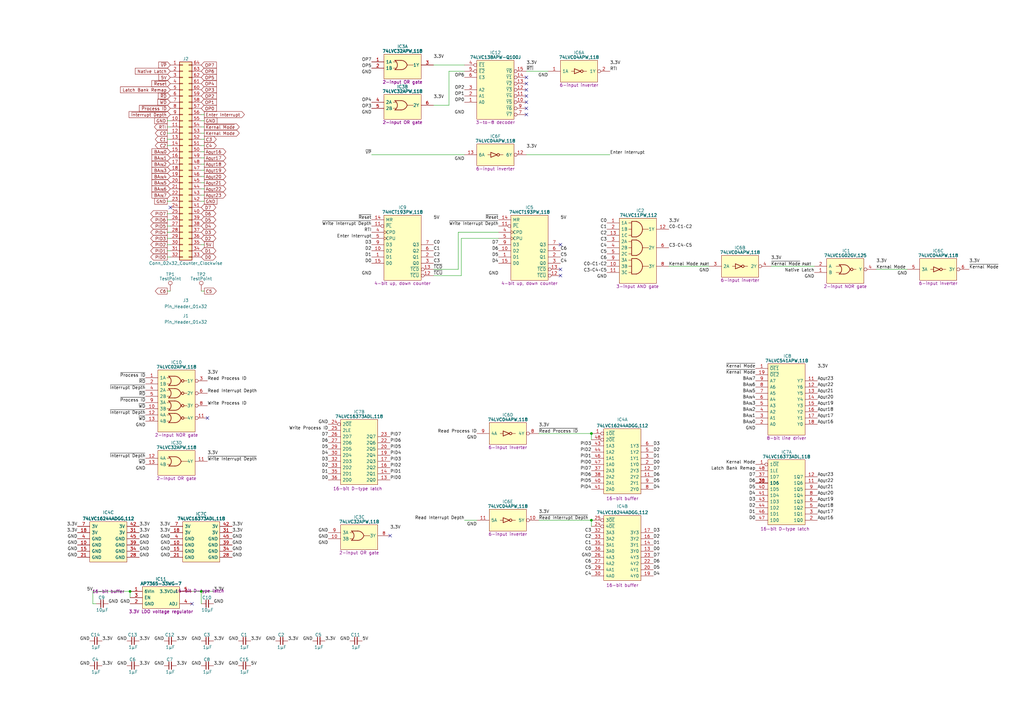
<source format=kicad_sch>
(kicad_sch (version 20231120) (generator "eeschema") (generator_version "8.0")
  (paper "A3")
  (title_block (title "Kernal Mode") (date "2024-02-15") (rev "V0"))
  (lib_symbols
    (symbol "74LVC16244ADGG,112_Multi_1" (pin_names (offset 0.762))
      (property "Reference" "IC" (at 12.7 5.715 0))
      (property "Value" "74LVC16244ADGG,112" (at 12.7 3.175 0))
      (property "Description" "16-bit buffer" (at 12.7 -26.67 0))
      (symbol "74LVC16244ADGG,112_Multi_1_1_0"
        (pin input inverted (at 0 0 0) (length 5.08) (name "1~{OE}") (number "1"))
        (pin tri_state line (at 25.4 -17.78 180) (length 5.08) (name "2Y2") (number "11"))
        (pin tri_state line (at 25.4 -15.24 180) (length 5.08) (name "2Y3") (number "12"))
        (pin tri_state line (at 25.4 -12.7 180) (length 5.08) (name "1Y0") (number "2"))
        (pin tri_state line (at 25.4 -10.16 180) (length 5.08) (name "1Y1") (number "3"))
        (pin input line (at 0 -15.24 0) (length 5.08) (name "2A3") (number "37"))
        (pin input line (at 0 -17.78 0) (length 5.08) (name "2A2") (number "38"))
        (pin input line (at 0 -20.32 0) (length 5.08) (name "2A1") (number "40"))
        (pin input line (at 0 -22.86 0) (length 5.08) (name "2A0") (number "41"))
        (pin input line (at 0 -5.08 0) (length 5.08) (name "1A3") (number "43"))
        (pin input line (at 0 -7.62 0) (length 5.08) (name "1A2") (number "44"))
        (pin input line (at 0 -10.16 0) (length 5.08) (name "1A1") (number "46"))
        (pin input line (at 0 -12.7 0) (length 5.08) (name "1A0") (number "47"))
        (pin input inverted (at 0 -2.54 0) (length 5.08) (name "2~{OE}") (number "48"))
        (pin tri_state line (at 25.4 -7.62 180) (length 5.08) (name "1Y2") (number "5"))
        (pin tri_state line (at 25.4 -5.08 180) (length 5.08) (name "1Y3") (number "6"))
        (pin tri_state line (at 25.4 -22.86 180) (length 5.08) (name "2Y0") (number "8"))
        (pin tri_state line (at 25.4 -20.32 180) (length 5.08) (name "2Y1") (number "9"))
      )
      (symbol "74LVC16244ADGG,112_Multi_1_2_0"
        (pin tri_state line (at 25.4 -12.7 180) (length 5.08) (name "3Y0") (number "13"))
        (pin tri_state line (at 25.4 -10.16 180) (length 5.08) (name "3Y1") (number "14"))
        (pin tri_state line (at 25.4 -7.62 180) (length 5.08) (name "3Y2") (number "16"))
        (pin tri_state line (at 25.4 -5.08 180) (length 5.08) (name "3Y3") (number "17"))
        (pin tri_state line (at 25.4 -22.86 180) (length 5.08) (name "4Y0") (number "19"))
        (pin tri_state line (at 25.4 -20.32 180) (length 5.08) (name "4Y1") (number "20"))
        (pin tri_state line (at 25.4 -17.78 180) (length 5.08) (name "4Y2") (number "22"))
        (pin tri_state line (at 25.4 -15.24 180) (length 5.08) (name "4Y3") (number "23"))
        (pin input inverted (at 0 -2.54 0) (length 5.08) (name "4~{OE}") (number "24"))
        (pin input inverted (at 0 0 0) (length 5.08) (name "3~{OE}") (number "25"))
        (pin input line (at 0 -15.24 0) (length 5.08) (name "4A3") (number "26"))
        (pin input line (at 0 -17.78 0) (length 5.08) (name "4A2") (number "27"))
        (pin input line (at 0 -20.32 0) (length 5.08) (name "4A1") (number "29"))
        (pin input line (at 0 -22.86 0) (length 5.08) (name "4A0") (number "30"))
        (pin input line (at 0 -5.08 0) (length 5.08) (name "3A3") (number "32"))
        (pin input line (at 0 -7.62 0) (length 5.08) (name "3A2") (number "33"))
        (pin input line (at 0 -10.16 0) (length 5.08) (name "3A1") (number "35"))
        (pin input line (at 0 -12.7 0) (length 5.08) (name "3A0") (number "36"))
      )
      (symbol "74LVC16244ADGG,112_Multi_1_3_0"
        (pin passive line (at 0 -7.62 0) (length 5.08) (name "GND") (number "10"))
        (pin passive line (at 0 -10.16 0) (length 5.08) (name "GND") (number "15"))
        (pin passive line (at 0 -10.16 0) (length 5.08) hide (name "GND") (number "15"))
        (pin passive line (at 0 -10.16 0) (length 5.08) hide (name "GND") (number "15"))
        (pin passive line (at 0 -2.54 0) (length 5.08) (name "3V") (number "18"))
        (pin passive line (at 0 -12.7 0) (length 5.08) (name "GND") (number "21"))
        (pin passive line (at 25.4 -12.7 180) (length 5.08) (name "GND") (number "28"))
        (pin passive line (at 25.4 -2.54 180) (length 5.08) (name "3V") (number "31"))
        (pin passive line (at 25.4 -10.16 180) (length 5.08) (name "GND") (number "34"))
        (pin passive line (at 25.4 -7.62 180) (length 5.08) (name "GND") (number "39"))
        (pin passive line (at 0 -5.08 0) (length 5.08) (name "GND") (number "4"))
        (pin passive line (at 25.4 0 180) (length 5.08) (name "3V") (number "42"))
        (pin passive line (at 25.4 -5.08 180) (length 5.08) (name "GND") (number "45"))
        (pin passive line (at 0 0 0) (length 5.08) (name "3V") (number "7"))
      )
    )
    (symbol "74LVC16244ADGG,112_Multi_2" (pin_names (offset 0.762))
      (property "Reference" "IC" (at 12.7 5.715 0))
      (property "Value" "74LVC16244ADGG,112" (at 12.7 3.175 0))
      (property "Description" "16-bit buffer" (at 12.7 -26.67 0))
      (symbol "74LVC16244ADGG,112_Multi_2_1_0"
        (pin input inverted (at 0 0 0) (length 5.08) (name "1~{OE}") (number "1"))
        (pin tri_state line (at 25.4 -17.78 180) (length 5.08) (name "2Y2") (number "11"))
        (pin tri_state line (at 25.4 -15.24 180) (length 5.08) (name "2Y3") (number "12"))
        (pin tri_state line (at 25.4 -12.7 180) (length 5.08) (name "1Y0") (number "2"))
        (pin tri_state line (at 25.4 -10.16 180) (length 5.08) (name "1Y1") (number "3"))
        (pin input line (at 0 -15.24 0) (length 5.08) (name "2A3") (number "37"))
        (pin input line (at 0 -17.78 0) (length 5.08) (name "2A2") (number "38"))
        (pin input line (at 0 -20.32 0) (length 5.08) (name "2A1") (number "40"))
        (pin input line (at 0 -22.86 0) (length 5.08) (name "2A0") (number "41"))
        (pin input line (at 0 -5.08 0) (length 5.08) (name "1A3") (number "43"))
        (pin input line (at 0 -7.62 0) (length 5.08) (name "1A2") (number "44"))
        (pin input line (at 0 -10.16 0) (length 5.08) (name "1A1") (number "46"))
        (pin input line (at 0 -12.7 0) (length 5.08) (name "1A0") (number "47"))
        (pin input inverted (at 0 -2.54 0) (length 5.08) (name "2~{OE}") (number "48"))
        (pin tri_state line (at 25.4 -7.62 180) (length 5.08) (name "1Y2") (number "5"))
        (pin tri_state line (at 25.4 -5.08 180) (length 5.08) (name "1Y3") (number "6"))
        (pin tri_state line (at 25.4 -22.86 180) (length 5.08) (name "2Y0") (number "8"))
        (pin tri_state line (at 25.4 -20.32 180) (length 5.08) (name "2Y1") (number "9"))
      )
      (symbol "74LVC16244ADGG,112_Multi_2_2_0"
        (pin tri_state line (at 25.4 -12.7 180) (length 5.08) (name "3Y0") (number "13"))
        (pin tri_state line (at 25.4 -10.16 180) (length 5.08) (name "3Y1") (number "14"))
        (pin tri_state line (at 25.4 -7.62 180) (length 5.08) (name "3Y2") (number "16"))
        (pin tri_state line (at 25.4 -5.08 180) (length 5.08) (name "3Y3") (number "17"))
        (pin tri_state line (at 25.4 -22.86 180) (length 5.08) (name "4Y0") (number "19"))
        (pin tri_state line (at 25.4 -20.32 180) (length 5.08) (name "4Y1") (number "20"))
        (pin tri_state line (at 25.4 -17.78 180) (length 5.08) (name "4Y2") (number "22"))
        (pin tri_state line (at 25.4 -15.24 180) (length 5.08) (name "4Y3") (number "23"))
        (pin input inverted (at 0 -2.54 0) (length 5.08) (name "4~{OE}") (number "24"))
        (pin input inverted (at 0 0 0) (length 5.08) (name "3~{OE}") (number "25"))
        (pin input line (at 0 -15.24 0) (length 5.08) (name "4A3") (number "26"))
        (pin input line (at 0 -17.78 0) (length 5.08) (name "4A2") (number "27"))
        (pin input line (at 0 -20.32 0) (length 5.08) (name "4A1") (number "29"))
        (pin input line (at 0 -22.86 0) (length 5.08) (name "4A0") (number "30"))
        (pin input line (at 0 -5.08 0) (length 5.08) (name "3A3") (number "32"))
        (pin input line (at 0 -7.62 0) (length 5.08) (name "3A2") (number "33"))
        (pin input line (at 0 -10.16 0) (length 5.08) (name "3A1") (number "35"))
        (pin input line (at 0 -12.7 0) (length 5.08) (name "3A0") (number "36"))
      )
      (symbol "74LVC16244ADGG,112_Multi_2_3_0"
        (pin passive line (at 0 -7.62 0) (length 5.08) (name "GND") (number "10"))
        (pin passive line (at 0 -10.16 0) (length 5.08) (name "GND") (number "15"))
        (pin passive line (at 0 -10.16 0) (length 5.08) hide (name "GND") (number "15"))
        (pin passive line (at 0 -10.16 0) (length 5.08) hide (name "GND") (number "15"))
        (pin passive line (at 0 -2.54 0) (length 5.08) (name "3V") (number "18"))
        (pin passive line (at 0 -12.7 0) (length 5.08) (name "GND") (number "21"))
        (pin passive line (at 25.4 -12.7 180) (length 5.08) (name "GND") (number "28"))
        (pin passive line (at 25.4 -2.54 180) (length 5.08) (name "3V") (number "31"))
        (pin passive line (at 25.4 -10.16 180) (length 5.08) (name "GND") (number "34"))
        (pin passive line (at 25.4 -7.62 180) (length 5.08) (name "GND") (number "39"))
        (pin passive line (at 0 -5.08 0) (length 5.08) (name "GND") (number "4"))
        (pin passive line (at 25.4 0 180) (length 5.08) (name "3V") (number "42"))
        (pin passive line (at 25.4 -5.08 180) (length 5.08) (name "GND") (number "45"))
        (pin passive line (at 0 0 0) (length 5.08) (name "3V") (number "7"))
      )
    )
    (symbol "Connector:TestPoint" (pin_numbers hide) (pin_names (offset 0.762) hide)
      (property "Reference" "TP" (at 0 6.858 0))
      (property "Value" "TestPoint" (at 0 5.08 0))
      (symbol "TestPoint_1_1"
        (pin passive line (at 0 0 90) (length 2.54) (name "1") (number "1"))
      )
    )
    (symbol "Connector_Generic:Conn_02x32_Counter_Clockwise" (pin_names (offset 1.016) hide)
      (property "Reference" "J" (at 1.27 40.64 0))
      (property "Value" "Conn_02x32_Counter_Clockwise" (at 1.27 -43.18 0))
      (symbol "Conn_02x32_Counter_Clockwise_1_1"
        (pin passive line (at -5.08 38.1 0) (length 3.81) (name "Pin_1") (number "1"))
        (pin passive line (at -5.08 15.24 0) (length 3.81) (name "Pin_10") (number "10"))
        (pin passive line (at -5.08 12.7 0) (length 3.81) (name "Pin_11") (number "11"))
        (pin passive line (at -5.08 10.16 0) (length 3.81) (name "Pin_12") (number "12"))
        (pin passive line (at -5.08 7.62 0) (length 3.81) (name "Pin_13") (number "13"))
        (pin passive line (at -5.08 5.08 0) (length 3.81) (name "Pin_14") (number "14"))
        (pin passive line (at -5.08 2.54 0) (length 3.81) (name "Pin_15") (number "15"))
        (pin passive line (at -5.08 0 0) (length 3.81) (name "Pin_16") (number "16"))
        (pin passive line (at -5.08 -2.54 0) (length 3.81) (name "Pin_17") (number "17"))
        (pin passive line (at -5.08 -5.08 0) (length 3.81) (name "Pin_18") (number "18"))
        (pin passive line (at -5.08 -7.62 0) (length 3.81) (name "Pin_19") (number "19"))
        (pin passive line (at -5.08 35.56 0) (length 3.81) (name "Pin_2") (number "2"))
        (pin passive line (at -5.08 -10.16 0) (length 3.81) (name "Pin_20") (number "20"))
        (pin passive line (at -5.08 -12.7 0) (length 3.81) (name "Pin_21") (number "21"))
        (pin passive line (at -5.08 -15.24 0) (length 3.81) (name "Pin_22") (number "22"))
        (pin passive line (at -5.08 -17.78 0) (length 3.81) (name "Pin_23") (number "23"))
        (pin passive line (at -5.08 -20.32 0) (length 3.81) (name "Pin_24") (number "24"))
        (pin passive line (at -5.08 -22.86 0) (length 3.81) (name "Pin_25") (number "25"))
        (pin passive line (at -5.08 -25.4 0) (length 3.81) (name "Pin_26") (number "26"))
        (pin passive line (at -5.08 -27.94 0) (length 3.81) (name "Pin_27") (number "27"))
        (pin passive line (at -5.08 -30.48 0) (length 3.81) (name "Pin_28") (number "28"))
        (pin passive line (at -5.08 -33.02 0) (length 3.81) (name "Pin_29") (number "29"))
        (pin passive line (at -5.08 33.02 0) (length 3.81) (name "Pin_3") (number "3"))
        (pin passive line (at -5.08 -35.56 0) (length 3.81) (name "Pin_30") (number "30"))
        (pin passive line (at -5.08 -38.1 0) (length 3.81) (name "Pin_31") (number "31"))
        (pin passive line (at -5.08 -40.64 0) (length 3.81) (name "Pin_32") (number "32"))
        (pin passive line (at 7.62 -40.64 180) (length 3.81) (name "Pin_33") (number "33"))
        (pin passive line (at 7.62 -38.1 180) (length 3.81) (name "Pin_34") (number "34"))
        (pin passive line (at 7.62 -35.56 180) (length 3.81) (name "Pin_35") (number "35"))
        (pin passive line (at 7.62 -33.02 180) (length 3.81) (name "Pin_36") (number "36"))
        (pin passive line (at 7.62 -30.48 180) (length 3.81) (name "Pin_37") (number "37"))
        (pin passive line (at 7.62 -27.94 180) (length 3.81) (name "Pin_38") (number "38"))
        (pin passive line (at 7.62 -25.4 180) (length 3.81) (name "Pin_39") (number "39"))
        (pin passive line (at -5.08 30.48 0) (length 3.81) (name "Pin_4") (number "4"))
        (pin passive line (at 7.62 -22.86 180) (length 3.81) (name "Pin_40") (number "40"))
        (pin passive line (at 7.62 -20.32 180) (length 3.81) (name "Pin_41") (number "41"))
        (pin passive line (at 7.62 -17.78 180) (length 3.81) (name "Pin_42") (number "42"))
        (pin passive line (at 7.62 -15.24 180) (length 3.81) (name "Pin_43") (number "43"))
        (pin passive line (at 7.62 -12.7 180) (length 3.81) (name "Pin_44") (number "44"))
        (pin passive line (at 7.62 -10.16 180) (length 3.81) (name "Pin_45") (number "45"))
        (pin passive line (at 7.62 -7.62 180) (length 3.81) (name "Pin_46") (number "46"))
        (pin passive line (at 7.62 -5.08 180) (length 3.81) (name "Pin_47") (number "47"))
        (pin passive line (at 7.62 -2.54 180) (length 3.81) (name "Pin_48") (number "48"))
        (pin passive line (at 7.62 0 180) (length 3.81) (name "Pin_49") (number "49"))
        (pin passive line (at -5.08 27.94 0) (length 3.81) (name "Pin_5") (number "5"))
        (pin passive line (at 7.62 2.54 180) (length 3.81) (name "Pin_50") (number "50"))
        (pin passive line (at 7.62 5.08 180) (length 3.81) (name "Pin_51") (number "51"))
        (pin passive line (at 7.62 7.62 180) (length 3.81) (name "Pin_52") (number "52"))
        (pin passive line (at 7.62 10.16 180) (length 3.81) (name "Pin_53") (number "53"))
        (pin passive line (at 7.62 12.7 180) (length 3.81) (name "Pin_54") (number "54"))
        (pin passive line (at 7.62 15.24 180) (length 3.81) (name "Pin_55") (number "55"))
        (pin passive line (at 7.62 17.78 180) (length 3.81) (name "Pin_56") (number "56"))
        (pin passive line (at 7.62 20.32 180) (length 3.81) (name "Pin_57") (number "57"))
        (pin passive line (at 7.62 22.86 180) (length 3.81) (name "Pin_58") (number "58"))
        (pin passive line (at 7.62 25.4 180) (length 3.81) (name "Pin_59") (number "59"))
        (pin passive line (at -5.08 25.4 0) (length 3.81) (name "Pin_6") (number "6"))
        (pin passive line (at 7.62 27.94 180) (length 3.81) (name "Pin_60") (number "60"))
        (pin passive line (at 7.62 30.48 180) (length 3.81) (name "Pin_61") (number "61"))
        (pin passive line (at 7.62 33.02 180) (length 3.81) (name "Pin_62") (number "62"))
        (pin passive line (at 7.62 35.56 180) (length 3.81) (name "Pin_63") (number "63"))
        (pin passive line (at 7.62 38.1 180) (length 3.81) (name "Pin_64") (number "64"))
        (pin passive line (at -5.08 22.86 0) (length 3.81) (name "Pin_7") (number "7"))
        (pin passive line (at -5.08 20.32 0) (length 3.81) (name "Pin_8") (number "8"))
        (pin passive line (at -5.08 17.78 0) (length 3.81) (name "Pin_9") (number "9"))
      )
    )
    (symbol "Diodes_Inc:AP7365-33WG-7" (pin_names (offset 0.762))
      (property "Reference" "IC" (at 12.7 5.08 0))
      (property "Value" "AP7365-33WG-7" (at 12.7 3.175 0))
      (property "Description" "3.3V LDO voltage regulator" (at 12.7 -8.255 0))
      (symbol "AP7365-33WG-7_0_0"
        (pin passive line (at 0 -5.08 0) (length 5.08) (name "GND") (number "2"))
        (pin input line (at 0 -2.54 0) (length 5.08) (name "EN") (number "3"))
        (pin passive line (at 25.4 -5.08 180) (length 5.08) (name "ADJ") (number "4"))
      )
      (symbol "AP7365-33WG-7_1_0"
        (pin passive line (at 0 0 0) (length 5.08) (name "6VIn") (number "1"))
        (pin passive line (at 25.4 0 180) (length 5.08) (name "3.3VOut") (number "5"))
      )
    )
    (symbol "HCP65:C_0805" (pin_numbers hide) (pin_names (offset 0.254) hide)
      (property "Reference" "C" (at 2.286 2.54 0))
      (property "Value" "?μF" (at 2.54 -2.54 0))
      (symbol "C_0805_1_1"
        (pin passive line (at 0 0 0) (length 2.032) (name "~") (number "1"))
        (pin passive line (at 5.08 0 180) (length 2.032) (name "~") (number "2"))
      )
    )
    (symbol "HCP65:Pin_Header_01x32" (pin_names (offset 1.016) hide)
      (property "Reference" "J" (at 0 1.27 0))
      (property "Value" "Pin_Header_01x32" (at 0 -1.27 0))
    )
    (symbol "Nexperia:74HCT193PW,118" (pin_names (offset 0.762))
      (property "Reference" "IC" (at 12.7 5.08 0))
      (property "Value" "74HCT193PW,118" (at 12.7 3.175 0))
      (property "Description" "4-bit up, down counter" (at 12.7 -26.035 0))
      (symbol "74HCT193PW,118_0_0"
        (pin input line (at 0 -15.24 0) (length 5.08) (name "D1") (number "1"))
        (pin input line (at 0 -12.7 0) (length 5.08) (name "D2") (number "10"))
        (pin input inverted (at 0 -2.54 0) (length 5.08) (name "~{PL}") (number "11"))
        (pin input line (at 0 0 0) (length 5.08) (name "MR") (number "14"))
        (pin input line (at 0 -17.78 0) (length 5.08) (name "D0") (number "15"))
        (pin passive line (at 25.4 0 180) (length 5.08) hide (name "5V") (number "16"))
        (pin output line (at 25.4 -15.24 180) (length 5.08) (name "Q1") (number "2"))
        (pin output line (at 25.4 -17.78 180) (length 5.08) (name "Q0") (number "3"))
        (pin input clock (at 0 -5.08 0) (length 5.08) (name "CPD") (number "4"))
        (pin input clock (at 0 -7.62 0) (length 5.08) (name "CPU") (number "5"))
        (pin output line (at 25.4 -12.7 180) (length 5.08) (name "Q2") (number "6"))
        (pin output line (at 25.4 -10.16 180) (length 5.08) (name "Q3") (number "7"))
        (pin passive line (at 0 -22.86 0) (length 5.08) hide (name "GND") (number "8"))
        (pin input line (at 0 -10.16 0) (length 5.08) (name "D3") (number "9"))
      )
      (symbol "74HCT193PW,118_1_0"
        (pin output inverted (at 25.4 -22.86 180) (length 5.08) (name "~{TCU}") (number "12"))
        (pin output inverted (at 25.4 -20.32 180) (length 5.08) (name "~{TCD}") (number "13"))
      )
    )
    (symbol "Nexperia:74LVC02APW,118" (pin_names (offset 0.762))
      (property "Reference" "IC" (at 12.7 6.35 0))
      (property "Value" "74LVC02APW,118" (at 12.7 4.445 0))
      (property "Description" "2-Input NOR gate" (at 12.7 -23.495 0))
      (symbol "74LVC02APW,118_0_0"
        (pin input line (at 0 0 0) (length 5.08) (name "1A") (number "1"))
        (pin input line (at 0 -12.7 0) (length 5.08) (name "3B") (number "10"))
        (pin output inverted (at 25.4 -16.51 180) (length 5.08) (name "4Y") (number "11"))
        (pin input line (at 0 -15.24 0) (length 5.08) (name "4A") (number "12"))
        (pin input line (at 0 -17.78 0) (length 5.08) (name "4B") (number "13"))
        (pin passive line (at 25.4 1.27 180) (length 5.08) hide (name "3V") (number "14"))
        (pin input line (at 0 -2.54 0) (length 5.08) (name "1B") (number "2"))
        (pin output inverted (at 25.4 -1.27 180) (length 5.08) (name "1Y") (number "3"))
        (pin input line (at 0 -5.08 0) (length 5.08) (name "2A") (number "4"))
        (pin input line (at 0 -7.62 0) (length 5.08) (name "2B") (number "5"))
        (pin output inverted (at 25.4 -6.35 180) (length 5.08) (name "2Y") (number "6"))
        (pin passive line (at 0 -20.32 0) (length 5.08) hide (name "GND") (number "7"))
        (pin output inverted (at 25.4 -11.43 180) (length 5.08) (name "3Y") (number "8"))
        (pin input line (at 0 -10.16 0) (length 5.08) (name "3A") (number "9"))
      )
    )
    (symbol "Nexperia:74LVC04APW,118_Multi" (pin_names (offset 0.762))
      (property "Reference" "IC" (at 12.7 7.62 0))
      (property "Value" "74LVC04APW,118" (at 12.7 5.715 0))
      (property "Description" "6-input inverter" (at 12.7 -5.715 0))
      (symbol "74LVC04APW,118_Multi_0_0"
        (pin passive line (at 25.4 2.54 180) (length 5.08) hide (name "3V") (number "14"))
        (pin passive line (at 0 -2.54 0) (length 5.08) hide (name "GND") (number "7"))
      )
      (symbol "74LVC04APW,118_Multi_1_0"
        (pin input line (at 0 0 0) (length 5.08) (name "1A") (number "1"))
        (pin output inverted (at 25.4 0 180) (length 5.08) (name "1Y") (number "2"))
      )
      (symbol "74LVC04APW,118_Multi_2_0"
        (pin input line (at 0 0 0) (length 5.08) (name "2A") (number "3"))
        (pin output inverted (at 25.4 0 180) (length 5.08) (name "2Y") (number "4"))
      )
      (symbol "74LVC04APW,118_Multi_3_0"
        (pin input line (at 0 0 0) (length 5.08) (name "3A") (number "5"))
        (pin output inverted (at 25.4 0 180) (length 5.08) (name "3Y") (number "6"))
      )
      (symbol "74LVC04APW,118_Multi_4_0"
        (pin output inverted (at 25.4 0 180) (length 5.08) (name "4Y") (number "8"))
        (pin input line (at 0 0 0) (length 5.08) (name "4A") (number "9"))
      )
      (symbol "74LVC04APW,118_Multi_5_0"
        (pin output inverted (at 25.4 0 180) (length 5.08) (name "5Y") (number "10"))
        (pin input line (at 0 0 0) (length 5.08) (name "5A") (number "11"))
      )
      (symbol "74LVC04APW,118_Multi_6_0"
        (pin output inverted (at 25.4 0 180) (length 5.08) (name "6Y") (number "12"))
        (pin input line (at 0 0 0) (length 5.08) (name "6A") (number "13"))
      )
    )
    (symbol "Nexperia:74LVC11PW,112" (pin_names (offset 0.762))
      (property "Reference" "IC" (at 12.065 5.08 0))
      (property "Value" "74LVC11PW,112" (at 5.08 3.175 0))
      (property "Description" "3-input AND gate" (at 3.81 -26.035 0))
      (symbol "74LVC11PW,112_0_0"
        (pin passive line (at 0 0 0) (length 5.08) (name "1A") (number "1"))
        (pin passive line (at 0 -17.78 0) (length 5.08) (name "3B") (number "10"))
        (pin passive line (at 0 -20.32 0) (length 5.08) (name "3C") (number "11"))
        (pin passive line (at 25.4 -2.54 180) (length 5.08) (name "1Y") (number "12"))
        (pin passive line (at 0 -5.08 0) (length 5.08) (name "1C") (number "13"))
        (pin passive line (at 25.4 0 180) (length 5.08) hide (name "3V") (number "14"))
        (pin passive line (at 0 -2.54 0) (length 5.08) (name "1B") (number "2"))
        (pin passive line (at 0 -7.62 0) (length 5.08) (name "2A") (number "3"))
        (pin passive line (at 0 -10.16 0) (length 5.08) (name "2B") (number "4"))
        (pin passive line (at 0 -12.7 0) (length 5.08) (name "2C") (number "5"))
        (pin passive line (at 25.4 -10.16 180) (length 5.08) (name "2Y") (number "6"))
        (pin passive line (at 0 -22.86 0) (length 5.08) hide (name "GND") (number "7"))
        (pin passive line (at 25.4 -17.78 180) (length 5.08) (name "3Y") (number "8"))
        (pin passive line (at 0 -15.24 0) (length 5.08) (name "3A") (number "9"))
      )
    )
    (symbol "Nexperia:74LVC138APW-Q100J" (pin_names (offset 0.762))
      (property "Reference" "IC" (at 12.7 3.175 0))
      (property "Value" "74LVC138APW-Q100J" (at 12.7 1.27 0))
      (property "Description" "3-to-8 decoder" (at 12.7 -25.4 0))
      (symbol "74LVC138APW-Q100J_0_0"
        (pin input line (at 0 -17.145 0) (length 5.08) (name "A0") (number "1"))
        (pin output inverted (at 25.4 -17.145 180) (length 5.08) (name "~{Y5}") (number "10"))
        (pin output inverted (at 25.4 -14.605 180) (length 5.08) (name "~{Y4}") (number "11"))
        (pin output inverted (at 25.4 -12.065 180) (length 5.08) (name "~{Y3}") (number "12"))
        (pin output inverted (at 25.4 -9.525 180) (length 5.08) (name "~{Y2}") (number "13"))
        (pin output inverted (at 25.4 -6.985 180) (length 5.08) (name "~{Y1}") (number "14"))
        (pin output inverted (at 25.4 -4.445 180) (length 5.08) (name "~{Y0}") (number "15"))
        (pin passive line (at 25.4 -1.905 180) (length 5.08) hide (name "3V") (number "16"))
        (pin input line (at 0 -14.605 0) (length 5.08) (name "A1") (number "2"))
        (pin input line (at 0 -12.065 0) (length 5.08) (name "A2") (number "3"))
        (pin input line (at 0 -6.985 0) (length 5.08) (name "E3") (number "6"))
        (pin output inverted (at 25.4 -22.225 180) (length 5.08) (name "~{Y7}") (number "7"))
        (pin passive line (at 0 -22.225 0) (length 5.08) hide (name "GND") (number "8"))
        (pin output inverted (at 25.4 -19.685 180) (length 5.08) (name "~{Y6}") (number "9"))
      )
      (symbol "74LVC138APW-Q100J_1_0"
        (pin input inverted (at 0 -1.905 0) (length 5.08) (name "~{E1}") (number "4"))
        (pin input inverted (at 0 -4.445 0) (length 5.08) (name "~{E2}") (number "5"))
      )
    )
    (symbol "Nexperia:74LVC16244ADGG,112_Multi" (pin_names (offset 0.762))
      (property "Reference" "IC" (at 12.7 5.715 0))
      (property "Value" "74LVC16244ADGG,112" (at 12.7 3.175 0))
      (property "Description" "16-bit buffer" (at 12.7 -26.67 0))
      (symbol "74LVC16244ADGG,112_Multi_1_0"
        (pin input inverted (at 0 0 0) (length 5.08) (name "1~{OE}") (number "1"))
        (pin tri_state line (at 25.4 -17.78 180) (length 5.08) (name "2Y2") (number "11"))
        (pin tri_state line (at 25.4 -15.24 180) (length 5.08) (name "2Y3") (number "12"))
        (pin tri_state line (at 25.4 -12.7 180) (length 5.08) (name "1Y0") (number "2"))
        (pin tri_state line (at 25.4 -10.16 180) (length 5.08) (name "1Y1") (number "3"))
        (pin input line (at 0 -15.24 0) (length 5.08) (name "2A3") (number "37"))
        (pin input line (at 0 -17.78 0) (length 5.08) (name "2A2") (number "38"))
        (pin input line (at 0 -20.32 0) (length 5.08) (name "2A1") (number "40"))
        (pin input line (at 0 -22.86 0) (length 5.08) (name "2A0") (number "41"))
        (pin input line (at 0 -5.08 0) (length 5.08) (name "1A3") (number "43"))
        (pin input line (at 0 -7.62 0) (length 5.08) (name "1A2") (number "44"))
        (pin input line (at 0 -10.16 0) (length 5.08) (name "1A1") (number "46"))
        (pin input line (at 0 -12.7 0) (length 5.08) (name "1A0") (number "47"))
        (pin input inverted (at 0 -2.54 0) (length 5.08) (name "2~{OE}") (number "48"))
        (pin tri_state line (at 25.4 -7.62 180) (length 5.08) (name "1Y2") (number "5"))
        (pin tri_state line (at 25.4 -5.08 180) (length 5.08) (name "1Y3") (number "6"))
        (pin tri_state line (at 25.4 -22.86 180) (length 5.08) (name "2Y0") (number "8"))
        (pin tri_state line (at 25.4 -20.32 180) (length 5.08) (name "2Y1") (number "9"))
      )
      (symbol "74LVC16244ADGG,112_Multi_2_0"
        (pin tri_state line (at 25.4 -12.7 180) (length 5.08) (name "3Y0") (number "13"))
        (pin tri_state line (at 25.4 -10.16 180) (length 5.08) (name "3Y1") (number "14"))
        (pin tri_state line (at 25.4 -7.62 180) (length 5.08) (name "3Y2") (number "16"))
        (pin tri_state line (at 25.4 -5.08 180) (length 5.08) (name "3Y3") (number "17"))
        (pin tri_state line (at 25.4 -22.86 180) (length 5.08) (name "4Y0") (number "19"))
        (pin tri_state line (at 25.4 -20.32 180) (length 5.08) (name "4Y1") (number "20"))
        (pin tri_state line (at 25.4 -17.78 180) (length 5.08) (name "4Y2") (number "22"))
        (pin tri_state line (at 25.4 -15.24 180) (length 5.08) (name "4Y3") (number "23"))
        (pin input inverted (at 0 -2.54 0) (length 5.08) (name "4~{OE}") (number "24"))
        (pin input inverted (at 0 0 0) (length 5.08) (name "3~{OE}") (number "25"))
        (pin input line (at 0 -15.24 0) (length 5.08) (name "4A3") (number "26"))
        (pin input line (at 0 -17.78 0) (length 5.08) (name "4A2") (number "27"))
        (pin input line (at 0 -20.32 0) (length 5.08) (name "4A1") (number "29"))
        (pin input line (at 0 -22.86 0) (length 5.08) (name "4A0") (number "30"))
        (pin input line (at 0 -5.08 0) (length 5.08) (name "3A3") (number "32"))
        (pin input line (at 0 -7.62 0) (length 5.08) (name "3A2") (number "33"))
        (pin input line (at 0 -10.16 0) (length 5.08) (name "3A1") (number "35"))
        (pin input line (at 0 -12.7 0) (length 5.08) (name "3A0") (number "36"))
      )
      (symbol "74LVC16244ADGG,112_Multi_3_0"
        (pin passive line (at 0 -7.62 0) (length 5.08) (name "GND") (number "10"))
        (pin passive line (at 0 -10.16 0) (length 5.08) (name "GND") (number "15"))
        (pin passive line (at 0 -10.16 0) (length 5.08) hide (name "GND") (number "15"))
        (pin passive line (at 0 -10.16 0) (length 5.08) hide (name "GND") (number "15"))
        (pin passive line (at 0 -2.54 0) (length 5.08) (name "3V") (number "18"))
        (pin passive line (at 0 -12.7 0) (length 5.08) (name "GND") (number "21"))
        (pin passive line (at 25.4 -12.7 180) (length 5.08) (name "GND") (number "28"))
        (pin passive line (at 25.4 -2.54 180) (length 5.08) (name "3V") (number "31"))
        (pin passive line (at 25.4 -10.16 180) (length 5.08) (name "GND") (number "34"))
        (pin passive line (at 25.4 -7.62 180) (length 5.08) (name "GND") (number "39"))
        (pin passive line (at 0 -5.08 0) (length 5.08) (name "GND") (number "4"))
        (pin passive line (at 25.4 0 180) (length 5.08) (name "3V") (number "42"))
        (pin passive line (at 25.4 -5.08 180) (length 5.08) (name "GND") (number "45"))
        (pin passive line (at 0 0 0) (length 5.08) (name "3V") (number "7"))
      )
    )
    (symbol "Nexperia:74LVC16373ADL,118_Multi" (pin_names (offset 0.762))
      (property "Reference" "IC" (at 12.7 5.08 0))
      (property "Value" "74LVC16373ADL,118" (at 12.7 3.175 0))
      (property "Description" "16-bit D-type latch" (at 12.065 -26.416 0))
      (symbol "74LVC16373ADL,118_Multi_1_0"
        (pin input inverted (at 0 0 0) (length 5.08) (name "1~{OE}") (number "1"))
        (pin tri_state line (at 25.4 -7.62 180) (length 5.08) (name "1Q6") (number "11"))
        (pin tri_state line (at 25.4 -5.08 180) (length 5.08) (name "1Q7") (number "12"))
        (pin tri_state line (at 25.4 -22.86 180) (length 5.08) (name "1Q0") (number "2"))
        (pin tri_state line (at 25.4 -20.32 180) (length 5.08) (name "1Q1") (number "3"))
        (pin input line (at 0 -5.08 0) (length 5.08) (name "1D7") (number "37"))
        (pin input line (at 0 -7.62 0) (length 5.08) (name "1D6") (number "38"))
        (pin input line (at 0 -7.62 0) (length 5.08) (name "1D6") (number "38"))
        (pin input line (at 0 -7.62 0) (length 5.08) (name "1D6") (number "38"))
        (pin input line (at 0 -10.16 0) (length 5.08) (name "1D5") (number "40"))
        (pin input line (at 0 -12.7 0) (length 5.08) (name "1D4") (number "41"))
        (pin input line (at 0 -15.24 0) (length 5.08) (name "1D3") (number "43"))
        (pin input line (at 0 -17.78 0) (length 5.08) (name "1D2") (number "44"))
        (pin input line (at 0 -20.32 0) (length 5.08) (name "1D1") (number "46"))
        (pin input line (at 0 -22.86 0) (length 5.08) (name "1D0") (number "47"))
        (pin input line (at 0 -2.54 0) (length 5.08) (name "1LE") (number "48"))
        (pin tri_state line (at 25.4 -17.78 180) (length 5.08) (name "1Q2") (number "5"))
        (pin tri_state line (at 25.4 -15.24 180) (length 5.08) (name "1Q3") (number "6"))
        (pin tri_state line (at 25.4 -12.7 180) (length 5.08) (name "1Q4") (number "8"))
        (pin tri_state line (at 25.4 -10.16 180) (length 5.08) (name "1Q5") (number "9"))
      )
      (symbol "74LVC16373ADL,118_Multi_2_0"
        (pin tri_state line (at 25.4 -22.86 180) (length 5.08) (name "2Q0") (number "13"))
        (pin tri_state line (at 25.4 -20.32 180) (length 5.08) (name "2Q1") (number "14"))
        (pin tri_state line (at 25.4 -17.78 180) (length 5.08) (name "2Q2") (number "16"))
        (pin tri_state line (at 25.4 -15.24 180) (length 5.08) (name "2Q3") (number "17"))
        (pin tri_state line (at 25.4 -12.7 180) (length 5.08) (name "2Q4") (number "19"))
        (pin tri_state line (at 25.4 -10.16 180) (length 5.08) (name "2Q5") (number "20"))
        (pin tri_state line (at 25.4 -7.62 180) (length 5.08) (name "2Q6") (number "22"))
        (pin tri_state line (at 25.4 -5.08 180) (length 5.08) (name "2Q7") (number "23"))
        (pin input inverted (at 0 0 0) (length 5.08) (name "2~{OE}") (number "24"))
        (pin input line (at 0 -2.54 0) (length 5.08) (name "2LE") (number "25"))
        (pin input line (at 0 -5.08 0) (length 5.08) (name "2D7") (number "26"))
        (pin input line (at 0 -7.62 0) (length 5.08) (name "2D6") (number "27"))
        (pin input line (at 0 -10.16 0) (length 5.08) (name "2D5") (number "29"))
        (pin input line (at 0 -12.7 0) (length 5.08) (name "2D4") (number "30"))
        (pin input line (at 0 -15.24 0) (length 5.08) (name "2D3") (number "32"))
        (pin input line (at 0 -17.78 0) (length 5.08) (name "2D2") (number "33"))
        (pin input line (at 0 -20.32 0) (length 5.08) (name "2D1") (number "35"))
        (pin input line (at 0 -22.86 0) (length 5.08) (name "2D0") (number "36"))
      )
      (symbol "74LVC16373ADL,118_Multi_3_0"
        (pin passive line (at 0 -7.62 0) (length 5.08) (name "GND") (number "10"))
        (pin passive line (at 0 -10.16 0) (length 5.08) (name "GND") (number "15"))
        (pin passive line (at 0 -2.54 0) (length 5.08) (name "3V") (number "18"))
        (pin passive line (at 0 -12.7 0) (length 5.08) (name "GND") (number "21"))
        (pin passive line (at 25.4 -12.7 180) (length 5.08) (name "GND") (number "28"))
        (pin passive line (at 25.4 -2.54 180) (length 5.08) (name "3V") (number "31"))
        (pin passive line (at 25.4 -10.16 180) (length 5.08) (name "GND") (number "34"))
        (pin passive line (at 25.4 -7.62 180) (length 5.08) (name "GND") (number "39"))
        (pin passive line (at 0 -5.08 0) (length 5.08) (name "GND") (number "4"))
        (pin passive line (at 25.4 0 180) (length 5.08) (name "3V") (number "42"))
        (pin passive line (at 25.4 -5.08 180) (length 5.08) (name "GND") (number "45"))
        (pin passive line (at 0 0 0) (length 5.08) (name "3V") (number "7"))
      )
    )
    (symbol "Nexperia:74LVC1G02GV,125" (pin_names (offset 0.762))
      (property "Reference" "IC" (at 11.43 6.35 0))
      (property "Value" "74LVC1G02GV,125" (at 3.81 4.445 0))
      (property "Description" "2-input NOR gate" (at 3.81 -8.255 0))
      (symbol "74LVC1G02GV,125_0_0"
        (pin input line (at 0 -2.54 0) (length 5.08) (name "B") (number "1"))
        (pin input line (at 0 0 0) (length 5.08) (name "A") (number "2"))
        (pin passive line (at 0 -5.08 0) (length 5.08) hide (name "GND") (number "3"))
        (pin output inverted (at 25.4 -1.27 180) (length 5.08) (name "Y") (number "4"))
        (pin passive line (at 25.4 1.27 180) (length 5.08) hide (name "3V") (number "5"))
      )
    )
    (symbol "Nexperia:74LVC32APW,118_Multi" (pin_names (offset 0.762))
      (property "Reference" "IC" (at 12.7 6.35 0))
      (property "Value" "74LVC32APW,118" (at 12.7 4.445 0))
      (property "Description" "2-input OR gate" (at 12.7 -8.255 0))
      (symbol "74LVC32APW,118_Multi_0_0"
        (pin passive line (at 25.4 1.27 180) (length 5.08) hide (name "3V") (number "14"))
        (pin passive line (at 0 -5.08 0) (length 5.08) hide (name "GND") (number "7"))
      )
      (symbol "74LVC32APW,118_Multi_1_0"
        (pin passive line (at 0 0 0) (length 5.08) (name "1A") (number "1"))
        (pin passive line (at 0 -2.54 0) (length 5.08) (name "1B") (number "2"))
        (pin passive line (at 25.4 -1.27 180) (length 5.08) (name "1Y") (number "3"))
      )
      (symbol "74LVC32APW,118_Multi_2_0"
        (pin passive line (at 0 0 0) (length 5.08) (name "2A") (number "4"))
        (pin passive line (at 0 -2.54 0) (length 5.08) (name "2B") (number "5"))
        (pin passive line (at 25.4 -1.27 180) (length 5.08) (name "2Y") (number "6"))
      )
      (symbol "74LVC32APW,118_Multi_3_0"
        (pin passive line (at 0 -2.54 0) (length 5.08) (name "3B") (number "10"))
        (pin passive line (at 25.4 -1.27 180) (length 5.08) (name "3Y") (number "8"))
        (pin passive line (at 0 0 0) (length 5.08) (name "3A") (number "9"))
      )
      (symbol "74LVC32APW,118_Multi_4_0"
        (pin passive line (at 25.4 -1.27 180) (length 5.08) (name "4Y") (number "11"))
        (pin passive line (at 0 0 0) (length 5.08) (name "4A") (number "12"))
        (pin passive line (at 0 -2.54 0) (length 5.08) (name "4B") (number "13"))
      )
    )
    (symbol "Nexperia:74LVC541APW,118" (pin_names (offset 0.762))
      (property "Reference" "IC" (at 11.43 5.08 0))
      (property "Value" "74LVC541APW,118" (at 3.81 3.175 0))
      (property "Description" "8-bit line driver" (at 12.7 -28.575 0))
      (symbol "74LVC541APW,118_0_0"
        (pin input line (at 0 0 0) (length 5.08) (name "~{OE1}") (number "1"))
        (pin passive line (at 0 -25.4 0) (length 5.08) hide (name "GND") (number "10"))
        (pin tri_state line (at 25.4 -5.08 180) (length 5.08) (name "Y7") (number "11"))
        (pin tri_state line (at 25.4 -7.62 180) (length 5.08) (name "Y6") (number "12"))
        (pin tri_state line (at 25.4 -10.16 180) (length 5.08) (name "Y5") (number "13"))
        (pin tri_state line (at 25.4 -12.7 180) (length 5.08) (name "Y4") (number "14"))
        (pin tri_state line (at 25.4 -15.24 180) (length 5.08) (name "Y3") (number "15"))
        (pin tri_state line (at 25.4 -17.78 180) (length 5.08) (name "Y2") (number "16"))
        (pin tri_state line (at 25.4 -20.32 180) (length 5.08) (name "Y1") (number "17"))
        (pin tri_state line (at 25.4 -22.86 180) (length 5.08) (name "Y0") (number "18"))
        (pin input line (at 0 -2.54 0) (length 5.08) (name "~{OE2}") (number "19"))
        (pin input line (at 0 -22.86 0) (length 5.08) (name "A0") (number "2"))
        (pin passive line (at 25.4 0 180) (length 5.08) hide (name "3V") (number "20"))
        (pin input line (at 0 -20.32 0) (length 5.08) (name "A1") (number "3"))
        (pin input line (at 0 -17.78 0) (length 5.08) (name "A2") (number "4"))
        (pin input line (at 0 -15.24 0) (length 5.08) (name "A3") (number "5"))
        (pin input line (at 0 -12.7 0) (length 5.08) (name "A4") (number "6"))
        (pin input line (at 0 -10.16 0) (length 5.08) (name "A5") (number "7"))
        (pin input line (at 0 -7.62 0) (length 5.08) (name "A6") (number "8"))
        (pin input line (at 0 -5.08 0) (length 5.08) (name "A7") (number "9"))
      )
    )
  )
  (junction (at 242.57 177.8))
  (junction (at 82.55 242.57))
  (junction (at 242.57 213.36))
  (junction (at 53.34 242.57))
  (no_connect (at 215.9 46.99))
  (no_connect (at 229.87 113.03))
  (no_connect (at 215.9 44.45))
  (no_connect (at 215.9 31.75))
  (no_connect (at 215.9 34.29))
  (no_connect (at 85.09 171.45))
  (no_connect (at 69.85 85.09))
  (no_connect (at 229.87 100.33))
  (no_connect (at 160.02 219.71))
  (no_connect (at 215.9 41.91))
  (no_connect (at 215.9 39.37))
  (no_connect (at 229.87 110.49))
  (no_connect (at 215.9 36.83))
  (no_connect (at 78.74 247.65))
  (wire (pts (xy 83.82 64.77) (xy 82.55 64.77)))
  (wire (pts (xy 68.58 52.07) (xy 69.85 52.07)))
  (wire (pts (xy 83.82 57.15) (xy 82.55 57.15)))
  (wire (pts (xy 83.82 54.61) (xy 82.55 54.61)))
  (wire (pts (xy 68.58 87.63) (xy 69.85 87.63)))
  (wire (pts (xy 359.41 110.49) (xy 372.11 110.49)))
  (wire (pts (xy 195.58 213.36) (xy 190.5 213.36)))
  (wire (pts (xy 68.58 49.53) (xy 69.85 49.53)))
  (wire (pts (xy 68.58 97.79) (xy 69.85 97.79)))
  (wire (pts (xy 220.98 177.8) (xy 242.57 177.8)))
  (wire (pts (xy 68.58 100.33) (xy 69.85 100.33)))
  (wire (pts (xy 187.96 110.49) (xy 187.96 95.25)))
  (wire (pts (xy 83.82 69.85) (xy 82.55 69.85)))
  (wire (pts (xy 68.58 57.15) (xy 69.85 57.15)))
  (wire (pts (xy 83.82 62.23) (xy 82.55 62.23)))
  (wire (pts (xy 82.55 119.38) (xy 83.82 119.38)))
  (wire (pts (xy 68.58 59.69) (xy 69.85 59.69)))
  (wire (pts (xy 68.58 92.71) (xy 69.85 92.71)))
  (wire (pts (xy 83.82 80.01) (xy 82.55 80.01)))
  (wire (pts (xy 83.82 52.07) (xy 82.55 52.07)))
  (wire (pts (xy 68.58 105.41) (xy 69.85 105.41)))
  (wire (pts (xy 38.1 242.57) (xy 53.34 242.57)))
  (wire (pts (xy 184.15 43.18) (xy 177.8 43.18)))
  (wire (pts (xy 83.82 49.53) (xy 82.55 49.53)))
  (wire (pts (xy 152.4 63.5) (xy 190.5 63.5)))
  (wire (pts (xy 215.9 29.21) (xy 224.79 29.21)))
  (wire (pts (xy 38.1 247.65) (xy 39.37 247.65)))
  (wire (pts (xy 187.96 95.25) (xy 204.47 95.25)))
  (wire (pts (xy 53.34 242.57) (xy 53.34 245.11)))
  (wire (pts (xy 83.82 67.31) (xy 82.55 67.31)))
  (wire (pts (xy 316.23 109.22) (xy 334.01 109.22)))
  (wire (pts (xy 189.23 113.03) (xy 177.8 113.03)))
  (wire (pts (xy 184.15 29.21) (xy 184.15 43.18)))
  (wire (pts (xy 78.74 242.57) (xy 82.55 242.57)))
  (wire (pts (xy 83.82 77.47) (xy 82.55 77.47)))
  (wire (pts (xy 177.8 110.49) (xy 187.96 110.49)))
  (wire (pts (xy 83.82 46.99) (xy 82.55 46.99)))
  (wire (pts (xy 83.82 59.69) (xy 82.55 59.69)))
  (wire (pts (xy 274.32 109.22) (xy 290.83 109.22)))
  (wire (pts (xy 68.58 90.17) (xy 69.85 90.17)))
  (wire (pts (xy 83.82 74.93) (xy 82.55 74.93)))
  (wire (pts (xy 242.57 177.8) (xy 242.57 180.34)))
  (wire (pts (xy 68.58 102.87) (xy 69.85 102.87)))
  (wire (pts (xy 68.58 95.25) (xy 69.85 95.25)))
  (wire (pts (xy 38.1 242.57) (xy 38.1 247.65)))
  (wire (pts (xy 68.58 119.38) (xy 69.85 119.38)))
  (wire (pts (xy 82.55 242.57) (xy 87.63 242.57)))
  (wire (pts (xy 177.8 26.67) (xy 190.5 26.67)))
  (wire (pts (xy 204.47 97.79) (xy 189.23 97.79)))
  (wire (pts (xy 189.23 97.79) (xy 189.23 113.03)))
  (wire (pts (xy 190.5 29.21) (xy 184.15 29.21)))
  (wire (pts (xy 68.58 54.61) (xy 69.85 54.61)))
  (wire (pts (xy 82.55 247.65) (xy 82.55 242.57)))
  (wire (pts (xy 83.82 82.55) (xy 82.55 82.55)))
  (wire (pts (xy 242.57 213.36) (xy 242.57 215.9)))
  (wire (pts (xy 83.82 72.39) (xy 82.55 72.39)))
  (wire (pts (xy 220.98 213.36) (xy 242.57 213.36)))
  (wire (pts (xy 68.58 82.55) (xy 69.85 82.55)))
  (wire (pts (xy 215.9 63.5) (xy 250.19 63.5)))
  (wire (pts (xy 83.82 100.33) (xy 82.55 100.33)))
  (label "C2" (at 177.8 105.41 0))
  (label "3.3V" (at 57.15 218.44 0))
  (label "Kernal Mode_{ PART}" (at 274.32 109.22 0))
  (label "Latch Bank Remap" (at 309.88 193.04 180))
  (label "GND" (at 57.15 223.52 0))
  (label "3.3V" (at 69.85 218.44 180))
  (label "~{TCU}" (at 177.8 113.03 0))
  (label "GND" (at 309.88 176.53 180))
  (label "Write Process ID" (at 85.09 166.37 0))
  (label "C0" (at 242.57 226.06 180))
  (label "5V" (at 148.59 262.89 0))
  (label "PID7" (at 160.02 179.07 0))
  (label "3.3V" (at 133.35 262.89 0))
  (label "GND" (at 67.31 262.89 180))
  (label "C3·C4·C5" (at 274.32 101.6 0))
  (label "D2" (at 309.88 208.28 180))
  (label "D3" (at 267.97 218.44 0))
  (label "PID6" (at 160.02 181.61 0))
  (label "RTI" (at 250.19 29.21 0))
  (label "3.3V" (at 69.85 215.9 180))
  (label "~{RD}" (at 59.69 157.48 180))
  (label "BA_{IN}0" (at 309.88 173.99 180))
  (label "GND" (at 44.45 247.65 0))
  (label "~{Kernal Mode}" (at 309.88 151.13 180))
  (label "BA_{IN}7" (at 309.88 156.21 180))
  (label "D7" (at 204.47 100.33 180))
  (label "A_{OUT}21" (at 335.28 200.66 0))
  (label "~{TCD}" (at 177.8 110.49 0))
  (label "GND" (at 95.25 223.52 0))
  (label "D1" (at 152.4 105.41 180))
  (label "GND" (at 82.55 273.05 180))
  (label "~{VP}" (at 152.4 63.5 180))
  (label "Kernal Mode" (at 309.88 190.5 180))
  (label "3.3V" (at 274.32 91.44 0))
  (label "C0·C1·C2" (at 248.92 109.22 180))
  (label "BA_{IN}2" (at 309.88 168.91 180))
  (label "GND" (at 152.4 46.99 180))
  (label "GND" (at 69.85 220.98 180))
  (label "D5" (at 267.97 233.68 0))
  (label "PID1" (at 160.02 194.31 0))
  (label "GND" (at 195.58 180.34 180))
  (label "C0" (at 248.92 91.44 180))
  (label "~{Process ID}" (at 59.69 154.94 180))
  (label "~{Kernal Mode}" (at 397.51 110.49 0))
  (label "3.3V" (at 72.39 262.89 0))
  (label "OP6" (at 190.5 31.75 180))
  (label "D0" (at 267.97 190.5 0))
  (label "3.3V" (at 359.41 107.95 0))
  (label "D7" (at 267.97 228.6 0))
  (label "Read Interrupt Depth" (at 85.09 161.29 0))
  (label "GND" (at 57.15 226.06 0))
  (label "GND" (at 36.83 273.05 180))
  (label "~{Interrupt Depth}" (at 59.69 160.02 180))
  (label "PID6" (at 242.57 195.58 180))
  (label "C6" (at 242.57 231.14 180))
  (label "D4" (at 309.88 203.2 180))
  (label "3.3V" (at 87.63 242.57 0))
  (label "A_{OUT}17" (at 335.28 171.45 0))
  (label "5V" (at 177.8 90.17 0))
  (label "PID0" (at 242.57 190.5 180))
  (label "C6" (at 248.92 106.68 180))
  (label "C5" (at 242.57 233.68 180))
  (label "3.3V" (at 72.39 273.05 0))
  (label "GND" (at 134.62 220.98 180))
  (label "PID3" (at 160.02 189.23 0))
  (label "GND" (at 57.15 228.6 0))
  (label "3.3V" (at 41.91 262.89 0))
  (label "A_{OUT}19" (at 335.28 166.37 0))
  (label "GND" (at 152.4 113.03 180))
  (label "C3" (at 177.8 107.95 0))
  (label "3.3V" (at 95.25 215.9 0))
  (label "GND" (at 95.25 228.6 0))
  (label "~{Read Interrupt Depth}" (at 220.98 213.36 0))
  (label "PID2" (at 160.02 191.77 0))
  (label "RTI" (at 152.4 95.25 180))
  (label "GND" (at 95.25 226.06 0))
  (label "~{Kernal Mode}" (at 309.88 153.67 180))
  (label "Read Process ID" (at 85.09 156.21 0))
  (label "3.3V" (at 177.8 24.13 0))
  (label "3.3V" (at 102.87 262.89 0))
  (label "PID0" (at 160.02 196.85 0))
  (label "C5" (at 248.92 104.14 180))
  (label "PID5" (at 242.57 198.12 180))
  (label "~{RD}" (at 59.69 162.56 180))
  (label "GND" (at 67.31 273.05 180))
  (label "Read Interrupt Depth" (at 190.5 213.36 180))
  (label "D1" (at 267.97 187.96 0))
  (label "D0" (at 152.4 107.95 180))
  (label "OP0" (at 190.5 41.91 180))
  (label "OP7" (at 152.4 25.4 180))
  (label "A_{OUT}18" (at 335.28 168.91 0))
  (label "D1" (at 267.97 223.52 0))
  (label "C2" (at 242.57 220.98 180))
  (label "BA_{IN}5" (at 309.88 161.29 180))
  (label "D7" (at 309.88 195.58 180))
  (label "BA_{IN}4" (at 309.88 163.83 180))
  (label "D2" (at 152.4 102.87 180))
  (label "GND" (at 53.34 247.65 180))
  (label "PID7" (at 242.57 193.04 180))
  (label "GND" (at 248.92 114.3 180))
  (label "C3" (at 248.92 99.06 180))
  (label "3.3V" (at 177.8 40.64 0))
  (label "~{Write Interrupt Depth}" (at 204.47 92.71 180))
  (label "BA_{IN}1" (at 309.88 171.45 180))
  (label "A_{OUT}20" (at 335.28 163.83 0))
  (label "C4" (at 229.87 107.95 0))
  (label "D6" (at 204.47 102.87 180))
  (label "GND" (at 128.27 262.89 180))
  (label "3.3V" (at 41.91 273.05 0))
  (label "Write Process ID" (at 134.62 176.53 180))
  (label "5V" (at 102.87 273.05 0))
  (label "3.3V" (at 87.63 273.05 0))
  (label "~{Interrupt Depth}" (at 59.69 170.18 180))
  (label "3.3V" (at 31.75 215.9 180))
  (label "C4" (at 248.92 101.6 180))
  (label "3.3V" (at 118.11 262.89 0))
  (label "Enter Interrupt" (at 152.4 97.79 180))
  (label "PID3" (at 242.57 182.88 180))
  (label "C1" (at 177.8 102.87 0))
  (label "~{Write Interrupt Depth}" (at 152.4 92.71 180))
  (label "3.3V" (at 215.9 60.96 0))
  (label "3.3V" (at 57.15 273.05 0))
  (label "D6" (at 309.88 198.12 180))
  (label "3.3V" (at 250.19 26.67 0))
  (label "3.3V" (at 220.98 210.82 0))
  (label "D2" (at 134.62 191.77 180))
  (label "~{Interrupt Depth}" (at 59.69 187.96 180))
  (label "GND" (at 36.83 262.89 180))
  (label "A_{OUT}22" (at 335.28 158.75 0))
  (label "C0" (at 177.8 100.33 0))
  (label "C2" (at 248.92 96.52 180))
  (label "D5" (at 134.62 184.15 180))
  (label "D3" (at 267.97 182.88 0))
  (label "3.3V" (at 397.51 107.95 0))
  (label "OP3" (at 152.4 44.45 180))
  (label "PID1" (at 242.57 187.96 180))
  (label "PID4" (at 160.02 186.69 0))
  (label "~{Reset}" (at 152.4 90.17 180))
  (label "D2" (at 267.97 185.42 0))
  (label "A_{OUT}22" (at 335.28 198.12 0))
  (label "~{WD}" (at 59.69 167.64 180))
  (label "GND" (at 59.69 193.04 180))
  (label "A_{OUT}23" (at 335.28 195.58 0))
  (label "D3" (at 152.4 100.33 180))
  (label "Kernal Mode" (at 359.41 110.49 0))
  (label "GND" (at 290.83 111.76 180))
  (label "D4" (at 134.62 186.69 180))
  (label "~{RTI}" (at 215.9 29.21 0))
  (label "3.3V" (at 57.15 262.89 0))
  (label "GND" (at 224.79 31.75 180))
  (label "D6" (at 267.97 195.58 0))
  (label "5V" (at 229.87 90.17 0))
  (label "~{Write Interrupt Depth}" (at 85.09 189.23 0))
  (label "OP1" (at 190.5 39.37 180))
  (label "GND" (at 242.57 228.6 180))
  (label "A_{OUT}19" (at 335.28 205.74 0))
  (label "GND" (at 59.69 175.26 180))
  (label "GND" (at 97.79 273.05 180))
  (label "A_{OUT}18" (at 335.28 208.28 0))
  (label "GND" (at 190.5 46.99 180))
  (label "GND" (at 87.63 247.65 0))
  (label "D4" (at 267.97 236.22 0))
  (label "GND" (at 69.85 223.52 180))
  (label "A_{OUT}20" (at 335.28 203.2 0))
  (label "GND" (at 190.5 66.04 180))
  (label "GND" (at 82.55 262.89 180))
  (label "PID2" (at 242.57 185.42 180))
  (label "GND" (at 204.47 113.03 180))
  (label "3.3V" (at 85.09 186.69 0))
  (label "C3" (at 242.57 218.44 180))
  (label "~{Kernal Mode}_{ PART}" (at 316.23 109.22 0))
  (label "D6" (at 267.97 231.14 0))
  (label "3.3V" (at 335.28 151.13 0))
  (label "3.3V" (at 31.75 218.44 180))
  (label "Native Latch" (at 334.01 111.76 180))
  (label "GND" (at 372.11 113.03 180))
  (label "D4" (at 267.97 200.66 0))
  (label "PID4" (at 242.57 200.66 180))
  (label "D3" (at 309.88 205.74 180))
  (label "GND" (at 134.62 173.99 180))
  (label "D0" (at 309.88 213.36 180))
  (label "A_{OUT}16" (at 335.28 173.99 0))
  (label "~{Reset}" (at 204.47 90.17 180))
  (label "D1" (at 134.62 194.31 180))
  (label "A_{OUT}23" (at 335.28 156.21 0))
  (label "C1" (at 242.57 223.52 180))
  (label "D3" (at 134.62 189.23 180))
  (label "~{WD}" (at 59.69 190.5 180))
  (label "Read Process ID" (at 195.58 177.8 180))
  (label "A_{OUT}21" (at 335.28 161.29 0))
  (label "~{WD}" (at 59.69 172.72 180))
  (label "C5" (at 229.87 105.41 0))
  (label "D1" (at 309.88 210.82 180))
  (label "D2" (at 267.97 220.98 0))
  (label "OP2" (at 190.5 36.83 180))
  (label "GND" (at 31.75 223.52 180))
  (label "Enter Interrupt" (at 250.19 63.5 0))
  (label "D0" (at 134.62 196.85 180))
  (label "3.3V" (at 220.98 175.26 0))
  (label "GND" (at 57.15 220.98 0))
  (label "PID5" (at 160.02 184.15 0))
  (label "~{Process ID}" (at 59.69 165.1 180))
  (label "OP5" (at 152.4 27.94 180))
  (label "GND" (at 334.01 114.3 180))
  (label "GND" (at 113.03 262.89 180))
  (label "D7" (at 267.97 193.04 0))
  (label "GND" (at 31.75 228.6 180))
  (label "~{Read Process ID}" (at 220.98 177.8 0))
  (label "OP4" (at 152.4 41.91 180))
  (label "D0" (at 267.97 226.06 0))
  (label "GND" (at 152.4 30.48 180))
  (label "5V" (at 38.1 242.57 180))
  (label "3.3V" (at 57.15 215.9 0))
  (label "3.3V" (at 215.9 26.67 0))
  (label "D5" (at 267.97 198.12 0))
  (label "GND" (at 134.62 218.44 180))
  (label "D5" (at 204.47 105.41 180))
  (label "GND" (at 69.85 228.6 180))
  (label "GND" (at 143.51 262.89 180))
  (label "D7" (at 134.62 179.07 180))
  (label "3.3V" (at 85.09 153.67 0))
  (label "C4" (at 242.57 236.22 180))
  (label "C3·C4·C5" (at 248.92 111.76 180))
  (label "GND" (at 52.07 262.89 180))
  (label "BA_{IN}6" (at 309.88 158.75 180))
  (label "D6" (at 134.62 181.61 180))
  (label "C0·C1·C2" (at 274.32 93.98 0))
  (label "C1" (at 248.92 93.98 180))
  (label "BA_{IN}3" (at 309.88 166.37 180))
  (label "A_{OUT}16" (at 335.28 213.36 0))
  (label "GND" (at 97.79 262.89 180))
  (label "GND" (at 52.07 273.05 180))
  (label "GND" (at 31.75 226.06 180))
  (label "D4" (at 204.47 107.95 180))
  (label "3.3V" (at 160.02 217.17 0))
  (label "3.3V" (at 316.23 106.68 0))
  (label "GND" (at 69.85 226.06 180))
  (label "C6" (at 229.87 102.87 0))
  (label "GND" (at 31.75 220.98 180))
  (label "D5" (at 309.88 200.66 180))
  (label "GND" (at 95.25 220.98 0))
  (label "GND" (at 195.58 215.9 180))
  (label "3.3V" (at 87.63 262.89 0))
  (label "A_{OUT}17" (at 335.28 210.82 0))
  (label "GND" (at 134.62 223.52 180))
  (label "3.3V" (at 95.25 218.44 0))
  (global_label "BA_{IN}5" (shape input) (at 69.85 74.93 180) (property "Intersheetrefs" "${INTERSHEET_REFS}" (effects (hide yes))))
  (global_label "OP4" (shape input) (at 82.55 34.29 0) (property "Intersheetrefs" "${INTERSHEET_REFS}" (effects (hide yes))))
  (global_label "OP0" (shape input) (at 82.55 44.45 0) (property "Intersheetrefs" "${INTERSHEET_REFS}" (effects (hide yes))))
  (global_label "Enter Interrupt" (shape output) (at 83.82 46.99 0) (property "Intersheetrefs" "${INTERSHEET_REFS}" (effects (hide yes))))
  (global_label "OP5" (shape input) (at 82.55 31.75 0) (property "Intersheetrefs" "${INTERSHEET_REFS}" (effects (hide yes))))
  (global_label "PID4" (shape output) (at 68.58 95.25 180) (property "Intersheetrefs" "${INTERSHEET_REFS}" (effects (hide yes))))
  (global_label "OP3" (shape input) (at 82.55 36.83 0) (property "Intersheetrefs" "${INTERSHEET_REFS}" (effects (hide yes))))
  (global_label "BA_{IN}0" (shape input) (at 69.85 62.23 180) (property "Intersheetrefs" "${INTERSHEET_REFS}" (effects (hide yes))))
  (global_label "BA_{IN}3" (shape input) (at 69.85 69.85 180) (property "Intersheetrefs" "${INTERSHEET_REFS}" (effects (hide yes))))
  (global_label "OP7" (shape input) (at 82.55 26.67 0) (property "Intersheetrefs" "${INTERSHEET_REFS}" (effects (hide yes))))
  (global_label "PID7" (shape output) (at 68.58 87.63 180) (property "Intersheetrefs" "${INTERSHEET_REFS}" (effects (hide yes))))
  (global_label "Native Latch" (shape input) (at 69.85 29.21 180) (property "Intersheetrefs" "${INTERSHEET_REFS}" (effects (hide yes))))
  (global_label "C1" (shape output) (at 68.58 57.15 180) (effects (font (italic yes))) (property "Intersheetrefs" "${INTERSHEET_REFS}" (effects (hide yes))))
  (global_label "BA_{IN}1" (shape input) (at 69.85 64.77 180) (property "Intersheetrefs" "${INTERSHEET_REFS}" (effects (hide yes))))
  (global_label "A_{OUT}22" (shape output) (at 83.82 77.47 0) (property "Intersheetrefs" "${INTERSHEET_REFS}" (effects (hide yes))))
  (global_label "A_{OUT}16" (shape output) (at 83.82 62.23 0) (property "Intersheetrefs" "${INTERSHEET_REFS}" (effects (hide yes))))
  (global_label "PID1" (shape output) (at 68.58 102.87 180) (property "Intersheetrefs" "${INTERSHEET_REFS}" (effects (hide yes))))
  (global_label "BA_{IN}6" (shape input) (at 69.85 77.47 180) (property "Intersheetrefs" "${INTERSHEET_REFS}" (effects (hide yes))))
  (global_label "BA_{IN}2" (shape input) (at 69.85 67.31 180) (property "Intersheetrefs" "${INTERSHEET_REFS}" (effects (hide yes))))
  (global_label "OP2" (shape input) (at 82.55 39.37 0) (property "Intersheetrefs" "${INTERSHEET_REFS}" (effects (hide yes))))
  (global_label "D5" (shape tri_state) (at 82.55 90.17 0) (property "Intersheetrefs" "${INTERSHEET_REFS}" (effects (hide yes))))
  (global_label "A_{OUT}20" (shape output) (at 83.82 72.39 0) (property "Intersheetrefs" "${INTERSHEET_REFS}" (effects (hide yes))))
  (global_label "PID5" (shape output) (at 68.58 92.71 180) (property "Intersheetrefs" "${INTERSHEET_REFS}" (effects (hide yes))))
  (global_label "D7" (shape tri_state) (at 82.55 85.09 0) (property "Intersheetrefs" "${INTERSHEET_REFS}" (effects (hide yes))))
  (global_label "OP6" (shape input) (at 82.55 29.21 0) (property "Intersheetrefs" "${INTERSHEET_REFS}" (effects (hide yes))))
  (global_label "OP1" (shape input) (at 82.55 41.91 0) (property "Intersheetrefs" "${INTERSHEET_REFS}" (effects (hide yes))))
  (global_label "D2" (shape tri_state) (at 82.55 97.79 0) (property "Intersheetrefs" "${INTERSHEET_REFS}" (effects (hide yes))))
  (global_label "~{Reset}" (shape input) (at 69.85 34.29 180) (property "Intersheetrefs" "${INTERSHEET_REFS}" (effects (hide yes))))
  (global_label "GND" (shape passive) (at 83.82 82.55 0) (property "Intersheetrefs" "${INTERSHEET_REFS}" (effects (hide yes))))
  (global_label "A_{OUT}17" (shape output) (at 83.82 64.77 0) (property "Intersheetrefs" "${INTERSHEET_REFS}" (effects (hide yes))))
  (global_label "D4" (shape tri_state) (at 82.55 92.71 0) (property "Intersheetrefs" "${INTERSHEET_REFS}" (effects (hide yes))))
  (global_label "PID6" (shape output) (at 68.58 90.17 180) (property "Intersheetrefs" "${INTERSHEET_REFS}" (effects (hide yes))))
  (global_label "~{VP}" (shape input) (at 69.85 26.67 180) (property "Intersheetrefs" "${INTERSHEET_REFS}" (effects (hide yes))))
  (global_label "A_{OUT}21" (shape output) (at 83.82 74.93 0) (property "Intersheetrefs" "${INTERSHEET_REFS}" (effects (hide yes))))
  (global_label "PID3" (shape output) (at 68.58 97.79 180) (property "Intersheetrefs" "${INTERSHEET_REFS}" (effects (hide yes))))
  (global_label "C4" (shape output) (at 83.82 59.69 0) (effects (font (italic yes))) (property "Intersheetrefs" "${INTERSHEET_REFS}" (effects (hide yes))))
  (global_label "A_{OUT}18" (shape output) (at 83.82 67.31 0) (property "Intersheetrefs" "${INTERSHEET_REFS}" (effects (hide yes))))
  (global_label "~{WD}" (shape input) (at 69.85 41.91 180) (property "Intersheetrefs" "${INTERSHEET_REFS}" (effects (hide yes))))
  (global_label "D0" (shape tri_state) (at 82.55 105.41 0) (property "Intersheetrefs" "${INTERSHEET_REFS}" (effects (hide yes))))
  (global_label "D1" (shape tri_state) (at 82.55 102.87 0) (property "Intersheetrefs" "${INTERSHEET_REFS}" (effects (hide yes))))
  (global_label "5V" (shape input) (at 69.85 31.75 180) (property "Intersheetrefs" "${INTERSHEET_REFS}" (effects (hide yes))))
  (global_label "C0" (shape output) (at 68.58 54.61 180) (effects (font (italic yes))) (property "Intersheetrefs" "${INTERSHEET_REFS}" (effects (hide yes))))
  (global_label "~{Kernal Mode}" (shape output) (at 83.82 52.07 0) (property "Intersheetrefs" "${INTERSHEET_REFS}" (effects (hide yes))))
  (global_label "BA_{IN}7" (shape input) (at 69.85 80.01 180) (property "Intersheetrefs" "${INTERSHEET_REFS}" (effects (hide yes))))
  (global_label "Kernal Mode" (shape output) (at 83.82 54.61 0) (property "Intersheetrefs" "${INTERSHEET_REFS}" (effects (hide yes))))
  (global_label "GND" (shape passive) (at 68.58 49.53 180) (property "Intersheetrefs" "${INTERSHEET_REFS}" (effects (hide yes))))
  (global_label "PID0" (shape output) (at 68.58 105.41 180) (property "Intersheetrefs" "${INTERSHEET_REFS}" (effects (hide yes))))
  (global_label "~{RD}" (shape input) (at 69.85 39.37 180) (property "Intersheetrefs" "${INTERSHEET_REFS}" (effects (hide yes))))
  (global_label "PID2" (shape output) (at 68.58 100.33 180) (property "Intersheetrefs" "${INTERSHEET_REFS}" (effects (hide yes))))
  (global_label "5V" (shape passive) (at 83.82 100.33 0) (property "Intersheetrefs" "${INTERSHEET_REFS}" (effects (hide yes))))
  (global_label "D6" (shape tri_state) (at 82.55 87.63 0) (property "Intersheetrefs" "${INTERSHEET_REFS}" (effects (hide yes))))
  (global_label "C2" (shape output) (at 68.58 59.69 180) (effects (font (italic yes))) (property "Intersheetrefs" "${INTERSHEET_REFS}" (effects (hide yes))))
  (global_label "A_{OUT}19" (shape output) (at 83.82 69.85 0) (property "Intersheetrefs" "${INTERSHEET_REFS}" (effects (hide yes))))
  (global_label "GND" (shape passive) (at 83.82 49.53 0) (property "Intersheetrefs" "${INTERSHEET_REFS}" (effects (hide yes))))
  (global_label "C6" (shape output) (at 68.58 119.38 180) (effects (font (italic yes))) (property "Intersheetrefs" "${INTERSHEET_REFS}" (effects (hide yes))))
  (global_label "RTI" (shape output) (at 68.58 52.07 180) (property "Intersheetrefs" "${INTERSHEET_REFS}" (effects (hide yes))))
  (global_label "~{Process ID}" (shape input) (at 69.85 44.45 180) (property "Intersheetrefs" "${INTERSHEET_REFS}" (effects (hide yes))))
  (global_label "D3" (shape tri_state) (at 82.55 95.25 0) (property "Intersheetrefs" "${INTERSHEET_REFS}" (effects (hide yes))))
  (global_label "C5" (shape output) (at 83.82 119.38 0) (effects (font (italic yes))) (property "Intersheetrefs" "${INTERSHEET_REFS}" (effects (hide yes))))
  (global_label "C3" (shape output) (at 83.82 57.15 0) (effects (font (italic yes))) (property "Intersheetrefs" "${INTERSHEET_REFS}" (effects (hide yes))))
  (global_label "~{Interrupt Depth}" (shape input) (at 69.85 46.99 180) (property "Intersheetrefs" "${INTERSHEET_REFS}" (effects (hide yes))))
  (global_label "A_{OUT}23" (shape output) (at 83.82 80.01 0) (property "Intersheetrefs" "${INTERSHEET_REFS}" (effects (hide yes))))
  (global_label "Latch Bank Remap" (shape input) (at 69.85 36.83 180) (property "Intersheetrefs" "${INTERSHEET_REFS}" (effects (hide yes))))
  (global_label "BA_{IN}4" (shape input) (at 69.85 72.39 180) (property "Intersheetrefs" "${INTERSHEET_REFS}" (effects (hide yes))))
  (global_label "GND" (shape passive) (at 68.58 82.55 180) (property "Intersheetrefs" "${INTERSHEET_REFS}" (effects (hide yes))))
  (symbol (lib_id "HCP65:C_0805") (at 82.55 262.89 0) (unit 1)
    (property "Reference" "C3" (at 84.836 260.35 0))
    (property "Value" "1μF" (at 85.09 265.43 0))
    (property "Footprint" "SamacSys_Parts:C_0805" (effects (hide yes)))
  )
  (symbol (lib_id "HCP65:C_0805") (at 82.55 247.65 0) (unit 1)
    (property "Reference" "C10" (at 84.836 245.11 0))
    (property "Value" "10μF" (at 85.09 250.19 0))
    (property "Footprint" "SamacSys_Parts:C_0805" (effects (hide yes)))
  )
  (symbol (lib_id "HCP65:C_0805") (at 39.37 247.65 0) (unit 1)
    (property "Reference" "C9" (at 41.656 245.11 0))
    (property "Value" "10μF" (at 41.91 250.19 0))
    (property "Footprint" "SamacSys_Parts:C_0805" (effects (hide yes)))
  )
  (symbol (lib_id "HCP65:C_0805") (at 52.07 273.05 0) (unit 1)
    (property "Reference" "C6" (at 54.356 270.51 0))
    (property "Value" "1μF" (at 54.61 275.59 0))
    (property "Footprint" "SamacSys_Parts:C_0805" (effects (hide yes)))
  )
  (symbol (lib_id "Nexperia:74LVC16373ADL,118_Multi") (at 309.88 190.5 0) (unit 1)
    (property "Reference" "IC7" (at 322.58 185.42 0))
    (property "Value" "74LVC16373ADL,118" (at 322.58 187.325 0) (effects (font (bold yes))))
    (property "Footprint" "SamacSys_Parts:SOP64P1025X280-48N" (effects (hide yes)))
    (property "Datasheet" "https://componentsearchengine.com/Datasheets/1/74LVC16373ADL,118.pdf" (effects (hide yes)))
    (property "Description" "16-bit D-type latch" (at 321.945 216.916 0))
    (property "Height" "2.8" (effects (hide yes)))
    (property "Mouser Part Number" "771-LVC16373ADL118" (effects (hide yes)))
    (property "Mouser Price/Stock" "https://www.mouser.com/Search/Refine.aspx?Keyword=771-LVC16373ADL118" (effects (hide yes)))
    (property "Manufacturer_Name" "Nexperia" (effects (hide yes)))
    (property "Manufacturer_Part_Number" "74LVC16373ADL,118" (effects (hide yes)))
    (property "Silkscreen" "74LVC16373" (effects (hide yes)))
  )
  (symbol (lib_id "HCP65:C_0805") (at 82.55 273.05 0) (unit 1)
    (property "Reference" "C8" (at 84.836 270.51 0))
    (property "Value" "1μF" (at 85.09 275.59 0))
    (property "Footprint" "SamacSys_Parts:C_0805" (effects (hide yes)))
  )
  (symbol (lib_name "74LVC16244ADGG,112_Multi_2") (lib_id "Nexperia:74LVC16244ADGG,112_Multi") (at 242.57 213.36 0) (unit 2)
    (property "Reference" "IC4" (at 255.27 207.645 0))
    (property "Value" "74LVC16244ADGG,112" (at 255.27 210.185 0) (effects (font (bold yes))))
    (property "Footprint" "SamacSys_Parts:74LVC16244ADGG112" (effects (hide yes)))
    (property "Datasheet" "https://assets.nexperia.com/documents/data-sheet/74LVC_LVCH16244A.pdf" (effects (hide yes)))
    (property "Description" "16-bit buffer" (at 255.27 240.03 0))
    (property "Height" "1.2" (effects (hide yes)))
    (property "Manufacturer_Name" "Nexperia" (effects (hide yes)))
    (property "Manufacturer_Part_Number" "74LVC16244ADGG,112" (effects (hide yes)))
    (property "Mouser Part Number" "771-74LVC16244DG" (effects (hide yes)))
    (property "Mouser Price/Stock" "https://www.mouser.co.uk/ProductDetail/Nexperia/74LVC16244ADGG112?qs=qAI9lz2tHCO4%252BdMkKmxvXA%3D%3D" (effects (hide yes)))
    (property "Silkscreen" "74LVC16244" (effects (hide yes)))
  )
  (symbol (lib_id "Nexperia:74LVC32APW,118_Multi") (at 152.4 25.4 0) (unit 1)
    (property "Reference" "IC3" (at 165.1 19.05 0))
    (property "Value" "74LVC32APW,118" (at 165.1 20.955 0) (effects (font (bold yes))))
    (property "Footprint" "SamacSys_Parts:SOP65P640X110-14N" (effects (hide yes)))
    (property "Datasheet" "https://assets.nexperia.com/documents/data-sheet/74LVC32A.pdf" (effects (hide yes)))
    (property "Description" "2-input OR gate" (at 165.1 33.655 0))
    (property "Height" "1.1" (effects (hide yes)))
    (property "Manufacturer_Name" "Nexperia" (effects (hide yes)))
    (property "Manufacturer_Part_Number" "74LVC32APW,118" (effects (hide yes)))
    (property "Mouser Part Number" "771-74LVC32APW-T" (effects (hide yes)))
    (property "Mouser Price/Stock" "https://www.mouser.com/Search/Refine.aspx?Keyword=771-74LVC32APW-T" (effects (hide yes)))
    (property "Silkscreen" "74LVC32" (effects (hide yes)))
  )
  (symbol (lib_id "HCP65:C_0805") (at 67.31 273.05 0) (unit 1)
    (property "Reference" "C7" (at 69.596 270.51 0))
    (property "Value" "1μF" (at 69.85 275.59 0))
    (property "Footprint" "SamacSys_Parts:C_0805" (effects (hide yes)))
  )
  (symbol (lib_id "HCP65:C_0805") (at 36.83 273.05 0) (unit 1)
    (property "Reference" "C4" (at 39.116 270.51 0))
    (property "Value" "1μF" (at 39.37 275.59 0))
    (property "Footprint" "SamacSys_Parts:C_0805" (effects (hide yes)))
  )
  (symbol (lib_id "Nexperia:74LVC1G02GV,125") (at 334.01 109.22 0) (unit 1)
    (property "Reference" "IC1" (at 345.44 102.87 0) (effects (justify left)))
    (property "Value" "74LVC1G02GV,125" (at 337.82 104.775 0) (effects (font (bold yes)) (justify left)))
    (property "Footprint" "SamacSys_Parts:SOT95P275X110-5N" (effects (hide yes)))
    (property "Datasheet" "https://assets.nexperia.com/documents/data-sheet/74LVC1G02.pdf" (effects (hide yes)))
    (property "Description" "2-input NOR gate" (at 337.82 117.475 0) (effects (justify left)))
    (property "Height" "1.1" (effects (hide yes)))
    (property "Manufacturer_Name" "Nexperia" (effects (hide yes)))
    (property "Manufacturer_Part_Number" "74LVC1G02GV,125" (effects (hide yes)))
    (property "Mouser Part Number" "771-LVC1G02GV125" (effects (hide yes)))
    (property "Mouser Price/Stock" "https://www.mouser.co.uk/ProductDetail/Nexperia/74LVC1G02GV125?qs=me8TqzrmIYX6GMf4PLx9gg%3D%3D" (effects (hide yes)))
    (property "Silkscreen" "'1G02" (effects (hide yes)))
    (property "Garbage" "74LVC1G02 - Single 2-input NOR gate@en-us" (effects (hide yes)))
  )
  (symbol (lib_id "Connector:TestPoint") (at 82.55 119.38 0) (unit 1)
    (property "Reference" "TP2" (at 82.55 112.522 0))
    (property "Value" "TestPoint" (at 82.55 114.3 0))
    (property "Footprint" "Connector_PinHeader_2.54mm:PinHeader_1x01_P2.54mm_Vertical" (effects (hide yes)))
    (property "Description" "test point" (effects (hide yes)))
  )
  (symbol (lib_id "Nexperia:74LVC32APW,118_Multi") (at 59.69 187.96 0) (unit 4)
    (property "Reference" "IC3" (at 72.39 181.61 0))
    (property "Value" "74LVC32APW,118" (at 72.39 183.515 0) (effects (font (bold yes))))
    (property "Footprint" "SamacSys_Parts:SOP65P640X110-14N" (effects (hide yes)))
    (property "Datasheet" "https://assets.nexperia.com/documents/data-sheet/74LVC32A.pdf" (effects (hide yes)))
    (property "Description" "2-input OR gate" (at 72.39 196.215 0))
    (property "Height" "1.1" (effects (hide yes)))
    (property "Manufacturer_Name" "Nexperia" (effects (hide yes)))
    (property "Manufacturer_Part_Number" "74LVC32APW,118" (effects (hide yes)))
    (property "Mouser Part Number" "771-74LVC32APW-T" (effects (hide yes)))
    (property "Mouser Price/Stock" "https://www.mouser.com/Search/Refine.aspx?Keyword=771-74LVC32APW-T" (effects (hide yes)))
    (property "Silkscreen" "74LVC32" (effects (hide yes)))
  )
  (symbol (lib_id "HCP65:C_0805") (at 52.07 262.89 0) (unit 1)
    (property "Reference" "C13" (at 54.356 260.35 0))
    (property "Value" "1μF" (at 54.61 265.43 0))
    (property "Footprint" "SamacSys_Parts:C_0805" (effects (hide yes)))
  )
  (symbol (lib_id "HCP65:C_0805") (at 97.79 273.05 0) (unit 1)
    (property "Reference" "C15" (at 100.076 270.51 0))
    (property "Value" "1μF" (at 100.33 275.59 0))
    (property "Footprint" "SamacSys_Parts:C_0805" (effects (hide yes)))
  )
  (symbol (lib_id "Connector:TestPoint") (at 69.85 119.38 0) (unit 1)
    (property "Reference" "TP1" (at 69.85 112.522 0))
    (property "Value" "TestPoint" (at 69.85 114.3 0))
    (property "Footprint" "Connector_PinHeader_2.54mm:PinHeader_1x01_P2.54mm_Vertical" (effects (hide yes)))
    (property "Description" "test point" (effects (hide yes)))
  )
  (symbol (lib_id "Nexperia:74LVC02APW,118") (at 59.69 154.94 0) (unit 1)
    (property "Reference" "IC10" (at 72.39 148.59 0))
    (property "Value" "74LVC02APW,118" (at 72.39 150.495 0) (effects (font (bold yes))))
    (property "Footprint" "SamacSys_Parts:SOP65P640X110-14N" (effects (hide yes)))
    (property "Datasheet" "https://assets.nexperia.com/documents/data-sheet/74LVC02A.pdf" (effects (hide yes)))
    (property "Description" "2-Input NOR gate" (at 72.39 178.435 0))
    (property "Height" "1.1" (effects (hide yes)))
    (property "Mouser Part Number" "771-74LVC02APW-T" (effects (hide yes)))
    (property "Mouser Price/Stock" "https://www.mouser.co.uk/ProductDetail/Nexperia/74LVC02APW118?qs=me8TqzrmIYX6VnwIC2vA2w%3D%3D" (effects (hide yes)))
    (property "Manufacturer_Name" "Nexperia" (effects (hide yes)))
    (property "Manufacturer_Part_Number" "74LVC02APW,118" (effects (hide yes)))
    (property "Silkscreen" "74LVC02" (effects (hide yes)))
    (property "Garbage" "Nexperia 74LVC02APW,118, Quad 2-Input NOR Logic Gate, 14-Pin TSSOP" (effects (hide yes)))
  )
  (symbol (lib_id "HCP65:C_0805") (at 67.31 262.89 0) (unit 1)
    (property "Reference" "C12" (at 69.596 260.35 0))
    (property "Value" "1μF" (at 69.85 265.43 0))
    (property "Footprint" "SamacSys_Parts:C_0805" (effects (hide yes)))
  )
  (symbol (lib_id "HCP65:Pin_Header_01x32") (at 76.2 130.81 0) (unit 1)
    (property "Reference" "J1" (at 76.2 129.54 0))
    (property "Value" "Pin_Header_01x32" (at 76.2 132.08 0))
    (property "Footprint" "SamacSys_Parts:PinHeader_1x32_P2.54mm_Vertical" (effects (hide yes)))
  )
  (symbol (lib_id "Nexperia:74LVC04APW,118_Multi") (at 190.5 63.5 0) (unit 6)
    (property "Reference" "IC6" (at 203.2 55.88 0))
    (property "Value" "74LVC04APW,118" (at 203.2 57.785 0) (effects (font (bold yes))))
    (property "Footprint" "SamacSys_Parts:SOP65P640X110-14N" (effects (hide yes)))
    (property "Datasheet" "https://assets.nexperia.com/documents/data-sheet/74LVC04A.pdf" (effects (hide yes)))
    (property "Description" "6-input inverter" (at 203.2 69.215 0))
    (property "Height" "1.1" (effects (hide yes)))
    (property "Manufacturer_Name" "Nexperia" (effects (hide yes)))
    (property "Manufacturer_Part_Number" "74LVC04APW,118" (effects (hide yes)))
    (property "Mouser Part Number" "771-74LVC04APW-T" (effects (hide yes)))
    (property "Mouser Price/Stock" "https://www.mouser.co.uk/ProductDetail/Nexperia/74LVC04APW118?qs=me8TqzrmIYUA5zXidd9%2F4g%3D%3D" (effects (hide yes)))
    (property "Silkscreen" "74LVC04" (effects (hide yes)))
  )
  (symbol (lib_id "Nexperia:74LVC16373ADL,118_Multi") (at 69.85 215.9 0) (unit 3)
    (property "Reference" "IC7" (at 82.55 210.82 0))
    (property "Value" "74LVC16373ADL,118" (at 82.55 212.725 0) (effects (font (bold yes))))
    (property "Footprint" "SamacSys_Parts:SOP64P1025X280-48N" (effects (hide yes)))
    (property "Datasheet" "https://componentsearchengine.com/Datasheets/1/74LVC16373ADL,118.pdf" (effects (hide yes)))
    (property "Description" "16-bit D-type latch" (at 81.915 242.316 0))
    (property "Height" "2.8" (effects (hide yes)))
    (property "Mouser Part Number" "771-LVC16373ADL118" (effects (hide yes)))
    (property "Mouser Price/Stock" "https://www.mouser.com/Search/Refine.aspx?Keyword=771-LVC16373ADL118" (effects (hide yes)))
    (property "Manufacturer_Name" "Nexperia" (effects (hide yes)))
    (property "Manufacturer_Part_Number" "74LVC16373ADL,118" (effects (hide yes)))
    (property "Silkscreen" "74LVC16373" (effects (hide yes)))
  )
  (symbol (lib_id "Nexperia:74LVC541APW,118") (at 309.88 151.13 0) (unit 1)
    (property "Reference" "IC8" (at 321.31 146.05 0) (effects (justify left)))
    (property "Value" "74LVC541APW,118" (at 313.69 147.955 0) (effects (font (bold yes)) (justify left)))
    (property "Footprint" "SamacSys_Parts:SOP65P640X110-20N" (effects (hide yes)))
    (property "Datasheet" "https://assets.nexperia.com/documents/data-sheet/74LVC541A.pdf" (effects (hide yes)))
    (property "Description" "8-bit line driver" (at 322.58 179.705 0))
    (property "Height" "1.1" (effects (hide yes)))
    (property "Mouser Part Number" "771-74LVC541APW-T" (effects (hide yes)))
    (property "Mouser Price/Stock" "https://www.mouser.co.uk/ProductDetail/Nexperia/74LVC541APW118?qs=me8TqzrmIYXvoPByM7nnJQ%3D%3D" (effects (hide yes)))
    (property "Manufacturer_Name" "Nexperia" (effects (hide yes)))
    (property "Manufacturer_Part_Number" "74LVC541APW,118" (effects (hide yes)))
    (property "Silkscreen" "74LVC541" (effects (hide yes)))
    (property "Garbage" "74LVC541A - Octal buffer/line driver with 5 V tolerant inputs/outputs; 3-state@en-us" (effects (hide yes)))
  )
  (symbol (lib_id "HCP65:C_0805") (at 97.79 262.89 0) (unit 1)
    (property "Reference" "C1" (at 100.076 260.35 0))
    (property "Value" "1μF" (at 100.33 265.43 0))
    (property "Footprint" "SamacSys_Parts:C_0805" (effects (hide yes)))
  )
  (symbol (lib_id "Nexperia:74LVC04APW,118_Multi") (at 195.58 177.8 0) (unit 4)
    (property "Reference" "IC6" (at 208.28 170.18 0))
    (property "Value" "74LVC04APW,118" (at 208.28 172.085 0) (effects (font (bold yes))))
    (property "Footprint" "SamacSys_Parts:SOP65P640X110-14N" (effects (hide yes)))
    (property "Datasheet" "https://assets.nexperia.com/documents/data-sheet/74LVC04A.pdf" (effects (hide yes)))
    (property "Description" "6-input inverter" (at 208.28 183.515 0))
    (property "Height" "1.1" (effects (hide yes)))
    (property "Manufacturer_Name" "Nexperia" (effects (hide yes)))
    (property "Manufacturer_Part_Number" "74LVC04APW,118" (effects (hide yes)))
    (property "Mouser Part Number" "771-74LVC04APW-T" (effects (hide yes)))
    (property "Mouser Price/Stock" "https://www.mouser.co.uk/ProductDetail/Nexperia/74LVC04APW118?qs=me8TqzrmIYUA5zXidd9%2F4g%3D%3D" (effects (hide yes)))
    (property "Silkscreen" "74LVC04" (effects (hide yes)))
  )
  (symbol (lib_id "Nexperia:74LVC04APW,118_Multi") (at 290.83 109.22 0) (unit 2)
    (property "Reference" "IC6" (at 303.53 101.6 0))
    (property "Value" "74LVC04APW,118" (at 303.53 103.505 0) (effects (font (bold yes))))
    (property "Footprint" "SamacSys_Parts:SOP65P640X110-14N" (effects (hide yes)))
    (property "Datasheet" "https://assets.nexperia.com/documents/data-sheet/74LVC04A.pdf" (effects (hide yes)))
    (property "Description" "6-input inverter" (at 303.53 114.935 0))
    (property "Height" "1.1" (effects (hide yes)))
    (property "Manufacturer_Name" "Nexperia" (effects (hide yes)))
    (property "Manufacturer_Part_Number" "74LVC04APW,118" (effects (hide yes)))
    (property "Mouser Part Number" "771-74LVC04APW-T" (effects (hide yes)))
    (property "Mouser Price/Stock" "https://www.mouser.co.uk/ProductDetail/Nexperia/74LVC04APW118?qs=me8TqzrmIYUA5zXidd9%2F4g%3D%3D" (effects (hide yes)))
    (property "Silkscreen" "74LVC04" (effects (hide yes)))
  )
  (symbol (lib_id "HCP65:C_0805") (at 128.27 262.89 0) (unit 1)
    (property "Reference" "C5" (at 130.556 260.35 0))
    (property "Value" "1μF" (at 130.81 265.43 0))
    (property "Footprint" "SamacSys_Parts:C_0805" (effects (hide yes)))
  )
  (symbol (lib_id "Nexperia:74LVC04APW,118_Multi") (at 195.58 213.36 0) (unit 5)
    (property "Reference" "IC6" (at 208.28 205.74 0))
    (property "Value" "74LVC04APW,118" (at 208.28 207.645 0) (effects (font (bold yes))))
    (property "Footprint" "SamacSys_Parts:SOP65P640X110-14N" (effects (hide yes)))
    (property "Datasheet" "https://assets.nexperia.com/documents/data-sheet/74LVC04A.pdf" (effects (hide yes)))
    (property "Description" "6-input inverter" (at 208.28 219.075 0))
    (property "Height" "1.1" (effects (hide yes)))
    (property "Manufacturer_Name" "Nexperia" (effects (hide yes)))
    (property "Manufacturer_Part_Number" "74LVC04APW,118" (effects (hide yes)))
    (property "Mouser Part Number" "771-74LVC04APW-T" (effects (hide yes)))
    (property "Mouser Price/Stock" "https://www.mouser.co.uk/ProductDetail/Nexperia/74LVC04APW118?qs=me8TqzrmIYUA5zXidd9%2F4g%3D%3D" (effects (hide yes)))
    (property "Silkscreen" "74LVC04" (effects (hide yes)))
  )
  (symbol (lib_id "HCP65:C_0805") (at 143.51 262.89 0) (unit 1)
    (property "Reference" "C11" (at 145.796 260.35 0))
    (property "Value" "1μF" (at 146.05 265.43 0))
    (property "Footprint" "SamacSys_Parts:C_0805" (effects (hide yes)))
  )
  (symbol (lib_id "HCP65:C_0805") (at 113.03 262.89 0) (unit 1)
    (property "Reference" "C2" (at 115.316 260.35 0))
    (property "Value" "1μF" (at 115.57 265.43 0))
    (property "Footprint" "SamacSys_Parts:C_0805" (effects (hide yes)))
  )
  (symbol (lib_id "Nexperia:74LVC32APW,118_Multi") (at 152.4 41.91 0) (unit 2)
    (property "Reference" "IC3" (at 165.1 35.56 0))
    (property "Value" "74LVC32APW,118" (at 165.1 37.465 0) (effects (font (bold yes))))
    (property "Footprint" "SamacSys_Parts:SOP65P640X110-14N" (effects (hide yes)))
    (property "Datasheet" "https://assets.nexperia.com/documents/data-sheet/74LVC32A.pdf" (effects (hide yes)))
    (property "Description" "2-input OR gate" (at 165.1 50.165 0))
    (property "Height" "1.1" (effects (hide yes)))
    (property "Manufacturer_Name" "Nexperia" (effects (hide yes)))
    (property "Manufacturer_Part_Number" "74LVC32APW,118" (effects (hide yes)))
    (property "Mouser Part Number" "771-74LVC32APW-T" (effects (hide yes)))
    (property "Mouser Price/Stock" "https://www.mouser.com/Search/Refine.aspx?Keyword=771-74LVC32APW-T" (effects (hide yes)))
    (property "Silkscreen" "74LVC32" (effects (hide yes)))
  )
  (symbol (lib_id "HCP65:Pin_Header_01x32") (at 76.2 124.46 0) (unit 1)
    (property "Reference" "J3" (at 76.2 123.19 0))
    (property "Value" "Pin_Header_01x32" (at 76.2 125.73 0))
    (property "Footprint" "SamacSys_Parts:PinHeader_1x32_P2.54mm_Vertical" (effects (hide yes)))
  )
  (symbol (lib_id "Diodes_Inc:AP7365-33WG-7") (at 53.34 242.57 0) (unit 1)
    (property "Reference" "IC11" (at 66.04 237.49 0))
    (property "Value" "AP7365-33WG-7" (at 66.04 239.395 0) (effects (font (bold yes))))
    (property "Footprint" "SamacSys_Parts:SOT95P285X130-5N" (effects (hide yes)))
    (property "Datasheet" "https://componentsearchengine.com/Datasheets/1/AP7365-33WG-7.pdf" (effects (hide yes)))
    (property "Description" "3.3V LDO voltage regulator" (at 66.04 250.825 0))
    (property "Height" "1.3" (effects (hide yes)))
    (property "Manufacturer_Name" "Diodes Inc." (effects (hide yes)))
    (property "Manufacturer_Part_Number" "AP7365-33WG-7" (effects (hide yes)))
    (property "Mouser Part Number" "621-AP7365-33WG-7" (effects (hide yes)))
    (property "Mouser Price/Stock" "https://www.mouser.co.uk/ProductDetail/Diodes-Incorporated/AP7365-33WG-7?qs=abZ1nkZpTuOZFvxvoFPL0w%3D%3D" (effects (hide yes)))
    (property "Arrow Part Number" "AP7365-33WG-7" (effects (hide yes)))
    (property "Arrow Price/Stock" "https://www.arrow.com/en/products/ap7365-33wg-7/diodes-incorporated?region=nac" (effects (hide yes)))
    (property "Silkscreen" "AP7365" (effects (hide yes)))
  )
  (symbol (lib_id "Nexperia:74HCT193PW,118") (at 152.4 90.17 0) (unit 1)
    (property "Reference" "IC9" (at 165.1 85.09 0))
    (property "Value" "74HCT193PW,118" (at 165.1 86.995 0) (effects (font (bold yes))))
    (property "Footprint" "SamacSys_Parts:SOP65P640X110-16N" (effects (hide yes)))
    (property "Datasheet" "https://assets.nexperia.com/documents/data-sheet/74HC_HCT193.pdf" (effects (hide yes)))
    (property "Description" "4-bit up, down counter" (at 165.1 116.205 0))
    (property "Height" "1.1" (effects (hide yes)))
    (property "Manufacturer_Name" "Nexperia" (effects (hide yes)))
    (property "Manufacturer_Part_Number" "74HCT193PW,118" (effects (hide yes)))
    (property "Mouser Part Number" "771-HCT193PW118" (effects (hide yes)))
    (property "Mouser Price/Stock" "https://www.mouser.co.uk/ProductDetail/Nexperia/74HCT193PW118?qs=P62ublwmbi96noElXD4DzA%3D%3D" (effects (hide yes)))
    (property "Silkscreen" "74HCT193" (effects (hide yes)))
    (property "Garbage" "74HC(T)193 - Presettable synchronous 4-bit binary up, down counter@en-us" (effects (hide yes)))
  )
  (symbol (lib_id "Nexperia:74LVC32APW,118_Multi") (at 134.62 218.44 0) (unit 3)
    (property "Reference" "IC3" (at 147.32 212.09 0))
    (property "Value" "74LVC32APW,118" (at 147.32 213.995 0) (effects (font (bold yes))))
    (property "Footprint" "SamacSys_Parts:SOP65P640X110-14N" (effects (hide yes)))
    (property "Datasheet" "https://assets.nexperia.com/documents/data-sheet/74LVC32A.pdf" (effects (hide yes)))
    (property "Description" "2-input OR gate" (at 147.32 226.695 0))
    (property "Height" "1.1" (effects (hide yes)))
    (property "Manufacturer_Name" "Nexperia" (effects (hide yes)))
    (property "Manufacturer_Part_Number" "74LVC32APW,118" (effects (hide yes)))
    (property "Mouser Part Number" "771-74LVC32APW-T" (effects (hide yes)))
    (property "Mouser Price/Stock" "https://www.mouser.com/Search/Refine.aspx?Keyword=771-74LVC32APW-T" (effects (hide yes)))
    (property "Silkscreen" "74LVC32" (effects (hide yes)))
  )
  (symbol (lib_id "Connector_Generic:Conn_02x32_Counter_Clockwise") (at 74.93 64.77 0) (unit 1)
    (property "Reference" "J2" (at 76.2 24.13 0))
    (property "Value" "Conn_02x32_Counter_Clockwise" (at 76.2 107.95 0))
    (property "Footprint" "SamacSys_Parts:DIP-64_Board_W22.86mm" (effects (hide yes)))
    (property "Description" "Generic connector, double row, 02x32, counter clockwise pin numbering scheme (similar to DIP package numbering), script generated (kicad-library-utils/schlib/autogen/connector/)" (effects (hide yes)))
  )
  (symbol (lib_id "Nexperia:74LVC04APW,118_Multi") (at 224.79 29.21 0) (unit 1)
    (property "Reference" "IC6" (at 237.49 21.59 0))
    (property "Value" "74LVC04APW,118" (at 237.49 23.495 0) (effects (font (bold yes))))
    (property "Footprint" "SamacSys_Parts:SOP65P640X110-14N" (effects (hide yes)))
    (property "Datasheet" "https://assets.nexperia.com/documents/data-sheet/74LVC04A.pdf" (effects (hide yes)))
    (property "Description" "6-input inverter" (at 237.49 34.925 0))
    (property "Height" "1.1" (effects (hide yes)))
    (property "Manufacturer_Name" "Nexperia" (effects (hide yes)))
    (property "Manufacturer_Part_Number" "74LVC04APW,118" (effects (hide yes)))
    (property "Mouser Part Number" "771-74LVC04APW-T" (effects (hide yes)))
    (property "Mouser Price/Stock" "https://www.mouser.co.uk/ProductDetail/Nexperia/74LVC04APW118?qs=me8TqzrmIYUA5zXidd9%2F4g%3D%3D" (effects (hide yes)))
    (property "Silkscreen" "74LVC04" (effects (hide yes)))
  )
  (symbol (lib_id "Nexperia:74LVC138APW-Q100J") (at 190.5 24.765 0) (unit 1)
    (property "Reference" "IC12" (at 203.2 21.59 0))
    (property "Value" "74LVC138APW-Q100J" (at 203.2 23.495 0) (effects (font (bold yes))))
    (property "Footprint" "SamacSys_Parts:SOP65P640X110-16N" (effects (hide yes)))
    (property "Datasheet" "https://assets.nexperia.com/documents/data-sheet/74LVC138A_Q100.pdf" (effects (hide yes)))
    (property "Description" "3-to-8 decoder" (at 203.2 50.165 0))
    (property "Height" "1.1" (effects (hide yes)))
    (property "Mouser Part Number" "771-74LVC138APWQ100J" (effects (hide yes)))
    (property "Mouser Price/Stock" "https://www.mouser.co.uk/ProductDetail/Nexperia/74LVC138APW-Q100J?qs=fi7yB2oewZnXKE82xo%252BhJQ%3D%3D" (effects (hide yes)))
    (property "Manufacturer_Name" "Nexperia" (effects (hide yes)))
    (property "Manufacturer_Part_Number" "74LVC138APW-Q100J" (effects (hide yes)))
    (property "Silkscreen" "74LVC138" (effects (hide yes)))
  )
  (symbol (lib_id "Nexperia:74LVC04APW,118_Multi") (at 372.11 110.49 0) (unit 3)
    (property "Reference" "IC6" (at 384.81 102.87 0))
    (property "Value" "74LVC04APW,118" (at 384.81 104.775 0) (effects (font (bold yes))))
    (property "Footprint" "SamacSys_Parts:SOP65P640X110-14N" (effects (hide yes)))
    (property "Datasheet" "https://assets.nexperia.com/documents/data-sheet/74LVC04A.pdf" (effects (hide yes)))
    (property "Description" "6-input inverter" (at 384.81 116.205 0))
    (property "Height" "1.1" (effects (hide yes)))
    (property "Manufacturer_Name" "Nexperia" (effects (hide yes)))
    (property "Manufacturer_Part_Number" "74LVC04APW,118" (effects (hide yes)))
    (property "Mouser Part Number" "771-74LVC04APW-T" (effects (hide yes)))
    (property "Mouser Price/Stock" "https://www.mouser.co.uk/ProductDetail/Nexperia/74LVC04APW118?qs=me8TqzrmIYUA5zXidd9%2F4g%3D%3D" (effects (hide yes)))
    (property "Silkscreen" "74LVC04" (effects (hide yes)))
  )
  (symbol (lib_id "Nexperia:74LVC16244ADGG,112_Multi") (at 31.75 215.9 0) (unit 3)
    (property "Reference" "IC4" (at 44.45 210.185 0))
    (property "Value" "74LVC16244ADGG,112" (at 44.45 212.725 0) (effects (font (bold yes))))
    (property "Footprint" "SamacSys_Parts:74LVC16244ADGG112" (effects (hide yes)))
    (property "Datasheet" "https://assets.nexperia.com/documents/data-sheet/74LVC_LVCH16244A.pdf" (effects (hide yes)))
    (property "Description" "16-bit buffer" (at 44.45 242.57 0))
    (property "Height" "1.2" (effects (hide yes)))
    (property "Manufacturer_Name" "Nexperia" (effects (hide yes)))
    (property "Manufacturer_Part_Number" "74LVC16244ADGG,112" (effects (hide yes)))
    (property "Mouser Part Number" "771-74LVC16244DG" (effects (hide yes)))
    (property "Mouser Price/Stock" "https://www.mouser.co.uk/ProductDetail/Nexperia/74LVC16244ADGG112?qs=qAI9lz2tHCO4%252BdMkKmxvXA%3D%3D" (effects (hide yes)))
    (property "Silkscreen" "74LVC16244" (effects (hide yes)))
  )
  (symbol (lib_id "Nexperia:74HCT193PW,118") (at 204.47 90.17 0) (unit 1)
    (property "Reference" "IC5" (at 217.17 85.09 0))
    (property "Value" "74HCT193PW,118" (at 217.17 86.995 0) (effects (font (bold yes))))
    (property "Footprint" "SamacSys_Parts:SOP65P640X110-16N" (effects (hide yes)))
    (property "Datasheet" "https://assets.nexperia.com/documents/data-sheet/74HC_HCT193.pdf" (effects (hide yes)))
    (property "Description" "4-bit up, down counter" (at 217.17 116.205 0))
    (property "Height" "1.1" (effects (hide yes)))
    (property "Manufacturer_Name" "Nexperia" (effects (hide yes)))
    (property "Manufacturer_Part_Number" "74HCT193PW,118" (effects (hide yes)))
    (property "Mouser Part Number" "771-HCT193PW118" (effects (hide yes)))
    (property "Mouser Price/Stock" "https://www.mouser.co.uk/ProductDetail/Nexperia/74HCT193PW118?qs=P62ublwmbi96noElXD4DzA%3D%3D" (effects (hide yes)))
    (property "Silkscreen" "74HCT193" (effects (hide yes)))
    (property "Garbage" "74HC(T)193 - Presettable synchronous 4-bit binary up, down counter@en-us" (effects (hide yes)))
  )
  (symbol (lib_id "HCP65:C_0805") (at 36.83 262.89 0) (unit 1)
    (property "Reference" "C14" (at 39.116 260.35 0))
    (property "Value" "1μF" (at 39.37 265.43 0))
    (property "Footprint" "SamacSys_Parts:C_0805" (effects (hide yes)))
  )
  (symbol (lib_id "Nexperia:74LVC16373ADL,118_Multi") (at 134.62 173.99 0) (unit 2)
    (property "Reference" "IC7" (at 147.32 168.91 0))
    (property "Value" "74LVC16373ADL,118" (at 147.32 170.815 0) (effects (font (bold yes))))
    (property "Footprint" "SamacSys_Parts:SOP64P1025X280-48N" (effects (hide yes)))
    (property "Datasheet" "https://componentsearchengine.com/Datasheets/1/74LVC16373ADL,118.pdf" (effects (hide yes)))
    (property "Description" "16-bit D-type latch" (at 146.685 200.406 0))
    (property "Height" "2.8" (effects (hide yes)))
    (property "Mouser Part Number" "771-LVC16373ADL118" (effects (hide yes)))
    (property "Mouser Price/Stock" "https://www.mouser.com/Search/Refine.aspx?Keyword=771-LVC16373ADL118" (effects (hide yes)))
    (property "Manufacturer_Name" "Nexperia" (effects (hide yes)))
    (property "Manufacturer_Part_Number" "74LVC16373ADL,118" (effects (hide yes)))
    (property "Silkscreen" "74LVC16373" (effects (hide yes)))
  )
  (symbol (lib_id "Nexperia:74LVC11PW,112") (at 248.92 91.44 0) (unit 1)
    (property "Reference" "IC2" (at 260.985 86.36 0) (effects (justify left)))
    (property "Value" "74LVC11PW,112" (at 254 88.265 0) (effects (font (bold yes)) (justify left)))
    (property "Footprint" "SamacSys_Parts:SOP65P640X110-14N" (effects (hide yes)))
    (property "Datasheet" "https://assets.nexperia.com/documents/data-sheet/74LVC11.pdf" (effects (hide yes)))
    (property "Description" "3-input AND gate" (at 252.73 117.475 0) (effects (justify left)))
    (property "Height" "1.1" (effects (hide yes)))
    (property "Mouser Part Number" "771-LVC11PW112" (effects (hide yes)))
    (property "Mouser Price/Stock" "https://www.mouser.co.uk/ProductDetail/Nexperia/74LVC11PW112?qs=me8TqzrmIYUpAtZGADtB2w%3D%3D" (effects (hide yes)))
    (property "Manufacturer_Name" "Nexperia" (effects (hide yes)))
    (property "Manufacturer_Part_Number" "74LVC11PW,112" (effects (hide yes)))
    (property "Silkscreen" "74LVC11PW" (effects (hide yes)))
    (property "Garbage" "74LVC11 - Triple 3-input AND gate@en-us" (effects (hide yes)))
  )
  (symbol (lib_name "74LVC16244ADGG,112_Multi_1") (lib_id "Nexperia:74LVC16244ADGG,112_Multi") (at 242.57 177.8 0) (unit 1)
    (property "Reference" "IC4" (at 255.27 172.085 0))
    (property "Value" "74LVC16244ADGG,112" (at 255.27 174.625 0) (effects (font (bold yes))))
    (property "Footprint" "SamacSys_Parts:74LVC16244ADGG112" (effects (hide yes)))
    (property "Datasheet" "https://assets.nexperia.com/documents/data-sheet/74LVC_LVCH16244A.pdf" (effects (hide yes)))
    (property "Description" "16-bit buffer" (at 255.27 204.47 0))
    (property "Height" "1.2" (effects (hide yes)))
    (property "Manufacturer_Name" "Nexperia" (effects (hide yes)))
    (property "Manufacturer_Part_Number" "74LVC16244ADGG,112" (effects (hide yes)))
    (property "Mouser Part Number" "771-74LVC16244DG" (effects (hide yes)))
    (property "Mouser Price/Stock" "https://www.mouser.co.uk/ProductDetail/Nexperia/74LVC16244ADGG112?qs=qAI9lz2tHCO4%252BdMkKmxvXA%3D%3D" (effects (hide yes)))
    (property "Silkscreen" "74LVC16244" (effects (hide yes)))
  )
)
</source>
